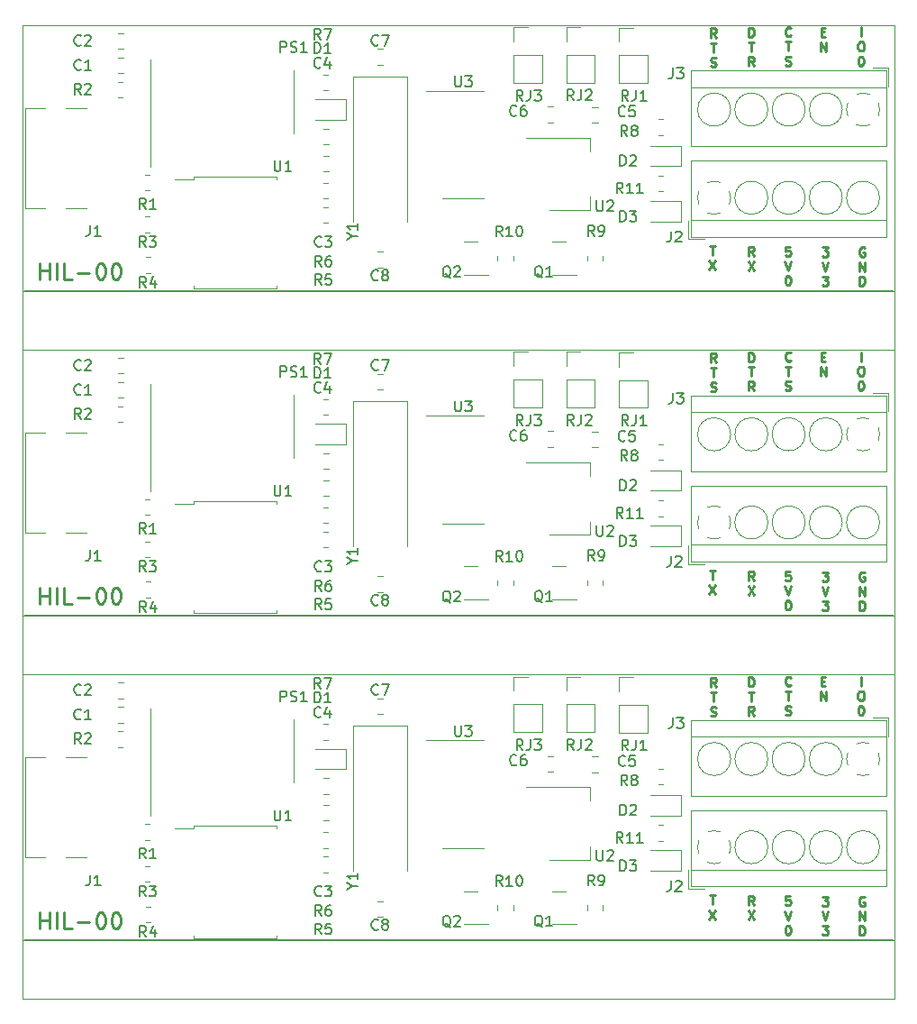
<source format=gbr>
%TF.GenerationSoftware,KiCad,Pcbnew,6.0.11-2627ca5db0~126~ubuntu20.04.1*%
%TF.CreationDate,2024-02-24T22:47:20-05:00*%
%TF.ProjectId,,58585858-5858-4585-9858-585858585858,rev?*%
%TF.SameCoordinates,Original*%
%TF.FileFunction,Legend,Top*%
%TF.FilePolarity,Positive*%
%FSLAX46Y46*%
G04 Gerber Fmt 4.6, Leading zero omitted, Abs format (unit mm)*
G04 Created by KiCad (PCBNEW 6.0.11-2627ca5db0~126~ubuntu20.04.1) date 2024-02-24 22:47:20*
%MOMM*%
%LPD*%
G01*
G04 APERTURE LIST*
%ADD10C,0.212500*%
%ADD11C,0.250000*%
%TA.AperFunction,Profile*%
%ADD12C,0.100000*%
%TD*%
%ADD13C,0.150000*%
%ADD14C,0.120000*%
G04 APERTURE END LIST*
D10*
X121598695Y-92878671D02*
X121558219Y-92919147D01*
X121436790Y-92959623D01*
X121355838Y-92959623D01*
X121234409Y-92919147D01*
X121153457Y-92838195D01*
X121112980Y-92757242D01*
X121072504Y-92595338D01*
X121072504Y-92473909D01*
X121112980Y-92312004D01*
X121153457Y-92231052D01*
X121234409Y-92150100D01*
X121355838Y-92109623D01*
X121436790Y-92109623D01*
X121558219Y-92150100D01*
X121598695Y-92190576D01*
X121092742Y-93478123D02*
X121578457Y-93478123D01*
X121335600Y-94328123D02*
X121335600Y-93478123D01*
X121092742Y-95656147D02*
X121214171Y-95696623D01*
X121416552Y-95696623D01*
X121497504Y-95656147D01*
X121537980Y-95615671D01*
X121578457Y-95534719D01*
X121578457Y-95453766D01*
X121537980Y-95372814D01*
X121497504Y-95332338D01*
X121416552Y-95291861D01*
X121254647Y-95251385D01*
X121173695Y-95210909D01*
X121133219Y-95170433D01*
X121092742Y-95089480D01*
X121092742Y-95008528D01*
X121133219Y-94927576D01*
X121173695Y-94887100D01*
X121254647Y-94846623D01*
X121457028Y-94846623D01*
X121578457Y-94887100D01*
X121537980Y-112734423D02*
X121133219Y-112734423D01*
X121092742Y-113139185D01*
X121133219Y-113098709D01*
X121214171Y-113058233D01*
X121416552Y-113058233D01*
X121497504Y-113098709D01*
X121537980Y-113139185D01*
X121578457Y-113220138D01*
X121578457Y-113422519D01*
X121537980Y-113503471D01*
X121497504Y-113543947D01*
X121416552Y-113584423D01*
X121214171Y-113584423D01*
X121133219Y-113543947D01*
X121092742Y-113503471D01*
X121052266Y-114102923D02*
X121335600Y-114952923D01*
X121618933Y-114102923D01*
X121295123Y-115471423D02*
X121376076Y-115471423D01*
X121457028Y-115511900D01*
X121497504Y-115552376D01*
X121537980Y-115633328D01*
X121578457Y-115795233D01*
X121578457Y-115997614D01*
X121537980Y-116159519D01*
X121497504Y-116240471D01*
X121457028Y-116280947D01*
X121376076Y-116321423D01*
X121295123Y-116321423D01*
X121214171Y-116280947D01*
X121173695Y-116240471D01*
X121133219Y-116159519D01*
X121092742Y-115997614D01*
X121092742Y-115795233D01*
X121133219Y-115633328D01*
X121173695Y-115552376D01*
X121214171Y-115511900D01*
X121295123Y-115471423D01*
X124557466Y-112785223D02*
X125083657Y-112785223D01*
X124800323Y-113109033D01*
X124921752Y-113109033D01*
X125002704Y-113149509D01*
X125043180Y-113189985D01*
X125083657Y-113270938D01*
X125083657Y-113473319D01*
X125043180Y-113554271D01*
X125002704Y-113594747D01*
X124921752Y-113635223D01*
X124678895Y-113635223D01*
X124597942Y-113594747D01*
X124557466Y-113554271D01*
X124557466Y-114153723D02*
X124840800Y-115003723D01*
X125124133Y-114153723D01*
X124557466Y-115522223D02*
X125083657Y-115522223D01*
X124800323Y-115846033D01*
X124921752Y-115846033D01*
X125002704Y-115886509D01*
X125043180Y-115926985D01*
X125083657Y-116007938D01*
X125083657Y-116210319D01*
X125043180Y-116291271D01*
X125002704Y-116331747D01*
X124921752Y-116372223D01*
X124678895Y-116372223D01*
X124597942Y-116331747D01*
X124557466Y-116291271D01*
X124455457Y-92538235D02*
X124738790Y-92538235D01*
X124860219Y-92983473D02*
X124455457Y-92983473D01*
X124455457Y-92133473D01*
X124860219Y-92133473D01*
X124394742Y-94351973D02*
X124394742Y-93501973D01*
X124880457Y-94351973D01*
X124880457Y-93501973D01*
X113980742Y-112656673D02*
X114466457Y-112656673D01*
X114223600Y-113506673D02*
X114223600Y-112656673D01*
X113940266Y-114025173D02*
X114506933Y-114875173D01*
X114506933Y-114025173D02*
X113940266Y-114875173D01*
X117658580Y-93010423D02*
X117658580Y-92160423D01*
X117860961Y-92160423D01*
X117982390Y-92200900D01*
X118063342Y-92281852D01*
X118103819Y-92362804D01*
X118144295Y-92524709D01*
X118144295Y-92646138D01*
X118103819Y-92808042D01*
X118063342Y-92888995D01*
X117982390Y-92969947D01*
X117860961Y-93010423D01*
X117658580Y-93010423D01*
X117638342Y-93528923D02*
X118124057Y-93528923D01*
X117881200Y-94378923D02*
X117881200Y-93528923D01*
X118144295Y-95747423D02*
X117860961Y-95342661D01*
X117658580Y-95747423D02*
X117658580Y-94897423D01*
X117982390Y-94897423D01*
X118063342Y-94937900D01*
X118103819Y-94978376D01*
X118144295Y-95059328D01*
X118144295Y-95180757D01*
X118103819Y-95261709D01*
X118063342Y-95302185D01*
X117982390Y-95342661D01*
X117658580Y-95342661D01*
X114588295Y-93061223D02*
X114304961Y-92656461D01*
X114102580Y-93061223D02*
X114102580Y-92211223D01*
X114426390Y-92211223D01*
X114507342Y-92251700D01*
X114547819Y-92292176D01*
X114588295Y-92373128D01*
X114588295Y-92494557D01*
X114547819Y-92575509D01*
X114507342Y-92615985D01*
X114426390Y-92656461D01*
X114102580Y-92656461D01*
X114082342Y-93579723D02*
X114568057Y-93579723D01*
X114325200Y-94429723D02*
X114325200Y-93579723D01*
X114082342Y-95757747D02*
X114203771Y-95798223D01*
X114406152Y-95798223D01*
X114487104Y-95757747D01*
X114527580Y-95717271D01*
X114568057Y-95636319D01*
X114568057Y-95555366D01*
X114527580Y-95474414D01*
X114487104Y-95433938D01*
X114406152Y-95393461D01*
X114244247Y-95352985D01*
X114163295Y-95312509D01*
X114122819Y-95272033D01*
X114082342Y-95191080D01*
X114082342Y-95110128D01*
X114122819Y-95029176D01*
X114163295Y-94988700D01*
X114244247Y-94948223D01*
X114446628Y-94948223D01*
X114568057Y-94988700D01*
X118144295Y-113557473D02*
X117860961Y-113152711D01*
X117658580Y-113557473D02*
X117658580Y-112707473D01*
X117982390Y-112707473D01*
X118063342Y-112747950D01*
X118103819Y-112788426D01*
X118144295Y-112869378D01*
X118144295Y-112990807D01*
X118103819Y-113071759D01*
X118063342Y-113112235D01*
X117982390Y-113152711D01*
X117658580Y-113152711D01*
X117597866Y-114075973D02*
X118164533Y-114925973D01*
X118164533Y-114075973D02*
X117597866Y-114925973D01*
D11*
X51037600Y-115754971D02*
X51037600Y-114254971D01*
X51037600Y-114969257D02*
X51894742Y-114969257D01*
X51894742Y-115754971D02*
X51894742Y-114254971D01*
X52609028Y-115754971D02*
X52609028Y-114254971D01*
X54037600Y-115754971D02*
X53323314Y-115754971D01*
X53323314Y-114254971D01*
X54537600Y-115183542D02*
X55680457Y-115183542D01*
X56680457Y-114254971D02*
X56823314Y-114254971D01*
X56966171Y-114326400D01*
X57037600Y-114397828D01*
X57109028Y-114540685D01*
X57180457Y-114826400D01*
X57180457Y-115183542D01*
X57109028Y-115469257D01*
X57037600Y-115612114D01*
X56966171Y-115683542D01*
X56823314Y-115754971D01*
X56680457Y-115754971D01*
X56537600Y-115683542D01*
X56466171Y-115612114D01*
X56394742Y-115469257D01*
X56323314Y-115183542D01*
X56323314Y-114826400D01*
X56394742Y-114540685D01*
X56466171Y-114397828D01*
X56537600Y-114326400D01*
X56680457Y-114254971D01*
X58109028Y-114254971D02*
X58251885Y-114254971D01*
X58394742Y-114326400D01*
X58466171Y-114397828D01*
X58537600Y-114540685D01*
X58609028Y-114826400D01*
X58609028Y-115183542D01*
X58537600Y-115469257D01*
X58466171Y-115612114D01*
X58394742Y-115683542D01*
X58251885Y-115754971D01*
X58109028Y-115754971D01*
X57966171Y-115683542D01*
X57894742Y-115612114D01*
X57823314Y-115469257D01*
X57751885Y-115183542D01*
X57751885Y-114826400D01*
X57823314Y-114540685D01*
X57894742Y-114397828D01*
X57966171Y-114326400D01*
X58109028Y-114254971D01*
D10*
X128517819Y-112825700D02*
X128436866Y-112785223D01*
X128315438Y-112785223D01*
X128194009Y-112825700D01*
X128113057Y-112906652D01*
X128072580Y-112987604D01*
X128032104Y-113149509D01*
X128032104Y-113270938D01*
X128072580Y-113432842D01*
X128113057Y-113513795D01*
X128194009Y-113594747D01*
X128315438Y-113635223D01*
X128396390Y-113635223D01*
X128517819Y-113594747D01*
X128558295Y-113554271D01*
X128558295Y-113270938D01*
X128396390Y-113270938D01*
X128052342Y-115003723D02*
X128052342Y-114153723D01*
X128538057Y-115003723D01*
X128538057Y-114153723D01*
X128072580Y-116372223D02*
X128072580Y-115522223D01*
X128274961Y-115522223D01*
X128396390Y-115562700D01*
X128477342Y-115643652D01*
X128517819Y-115724604D01*
X128558295Y-115886509D01*
X128558295Y-116007938D01*
X128517819Y-116169842D01*
X128477342Y-116250795D01*
X128396390Y-116331747D01*
X128274961Y-116372223D01*
X128072580Y-116372223D01*
X128193600Y-92959623D02*
X128193600Y-92109623D01*
X128112647Y-93478123D02*
X128274552Y-93478123D01*
X128355504Y-93518600D01*
X128436457Y-93599552D01*
X128476933Y-93761457D01*
X128476933Y-94044790D01*
X128436457Y-94206695D01*
X128355504Y-94287647D01*
X128274552Y-94328123D01*
X128112647Y-94328123D01*
X128031695Y-94287647D01*
X127950742Y-94206695D01*
X127910266Y-94044790D01*
X127910266Y-93761457D01*
X127950742Y-93599552D01*
X128031695Y-93518600D01*
X128112647Y-93478123D01*
X128153123Y-94846623D02*
X128234076Y-94846623D01*
X128315028Y-94887100D01*
X128355504Y-94927576D01*
X128395980Y-95008528D01*
X128436457Y-95170433D01*
X128436457Y-95372814D01*
X128395980Y-95534719D01*
X128355504Y-95615671D01*
X128315028Y-95656147D01*
X128234076Y-95696623D01*
X128153123Y-95696623D01*
X128072171Y-95656147D01*
X128031695Y-95615671D01*
X127991219Y-95534719D01*
X127950742Y-95372814D01*
X127950742Y-95170433D01*
X127991219Y-95008528D01*
X128031695Y-94927576D01*
X128072171Y-94887100D01*
X128153123Y-94846623D01*
D12*
X49377600Y-91886400D02*
X131377600Y-91886400D01*
X131377600Y-122386400D02*
X131377600Y-91886400D01*
X49377600Y-91886400D02*
X49377600Y-122386400D01*
X49377600Y-122386400D02*
X131377600Y-122386400D01*
D13*
X49527600Y-116886400D02*
X131227600Y-116886400D01*
D10*
X121598695Y-62378671D02*
X121558219Y-62419147D01*
X121436790Y-62459623D01*
X121355838Y-62459623D01*
X121234409Y-62419147D01*
X121153457Y-62338195D01*
X121112980Y-62257242D01*
X121072504Y-62095338D01*
X121072504Y-61973909D01*
X121112980Y-61812004D01*
X121153457Y-61731052D01*
X121234409Y-61650100D01*
X121355838Y-61609623D01*
X121436790Y-61609623D01*
X121558219Y-61650100D01*
X121598695Y-61690576D01*
X121092742Y-62978123D02*
X121578457Y-62978123D01*
X121335600Y-63828123D02*
X121335600Y-62978123D01*
X121092742Y-65156147D02*
X121214171Y-65196623D01*
X121416552Y-65196623D01*
X121497504Y-65156147D01*
X121537980Y-65115671D01*
X121578457Y-65034719D01*
X121578457Y-64953766D01*
X121537980Y-64872814D01*
X121497504Y-64832338D01*
X121416552Y-64791861D01*
X121254647Y-64751385D01*
X121173695Y-64710909D01*
X121133219Y-64670433D01*
X121092742Y-64589480D01*
X121092742Y-64508528D01*
X121133219Y-64427576D01*
X121173695Y-64387100D01*
X121254647Y-64346623D01*
X121457028Y-64346623D01*
X121578457Y-64387100D01*
X121537980Y-82234423D02*
X121133219Y-82234423D01*
X121092742Y-82639185D01*
X121133219Y-82598709D01*
X121214171Y-82558233D01*
X121416552Y-82558233D01*
X121497504Y-82598709D01*
X121537980Y-82639185D01*
X121578457Y-82720138D01*
X121578457Y-82922519D01*
X121537980Y-83003471D01*
X121497504Y-83043947D01*
X121416552Y-83084423D01*
X121214171Y-83084423D01*
X121133219Y-83043947D01*
X121092742Y-83003471D01*
X121052266Y-83602923D02*
X121335600Y-84452923D01*
X121618933Y-83602923D01*
X121295123Y-84971423D02*
X121376076Y-84971423D01*
X121457028Y-85011900D01*
X121497504Y-85052376D01*
X121537980Y-85133328D01*
X121578457Y-85295233D01*
X121578457Y-85497614D01*
X121537980Y-85659519D01*
X121497504Y-85740471D01*
X121457028Y-85780947D01*
X121376076Y-85821423D01*
X121295123Y-85821423D01*
X121214171Y-85780947D01*
X121173695Y-85740471D01*
X121133219Y-85659519D01*
X121092742Y-85497614D01*
X121092742Y-85295233D01*
X121133219Y-85133328D01*
X121173695Y-85052376D01*
X121214171Y-85011900D01*
X121295123Y-84971423D01*
X124557466Y-82285223D02*
X125083657Y-82285223D01*
X124800323Y-82609033D01*
X124921752Y-82609033D01*
X125002704Y-82649509D01*
X125043180Y-82689985D01*
X125083657Y-82770938D01*
X125083657Y-82973319D01*
X125043180Y-83054271D01*
X125002704Y-83094747D01*
X124921752Y-83135223D01*
X124678895Y-83135223D01*
X124597942Y-83094747D01*
X124557466Y-83054271D01*
X124557466Y-83653723D02*
X124840800Y-84503723D01*
X125124133Y-83653723D01*
X124557466Y-85022223D02*
X125083657Y-85022223D01*
X124800323Y-85346033D01*
X124921752Y-85346033D01*
X125002704Y-85386509D01*
X125043180Y-85426985D01*
X125083657Y-85507938D01*
X125083657Y-85710319D01*
X125043180Y-85791271D01*
X125002704Y-85831747D01*
X124921752Y-85872223D01*
X124678895Y-85872223D01*
X124597942Y-85831747D01*
X124557466Y-85791271D01*
X124455457Y-62038235D02*
X124738790Y-62038235D01*
X124860219Y-62483473D02*
X124455457Y-62483473D01*
X124455457Y-61633473D01*
X124860219Y-61633473D01*
X124394742Y-63851973D02*
X124394742Y-63001973D01*
X124880457Y-63851973D01*
X124880457Y-63001973D01*
X113980742Y-82156673D02*
X114466457Y-82156673D01*
X114223600Y-83006673D02*
X114223600Y-82156673D01*
X113940266Y-83525173D02*
X114506933Y-84375173D01*
X114506933Y-83525173D02*
X113940266Y-84375173D01*
X117658580Y-62510423D02*
X117658580Y-61660423D01*
X117860961Y-61660423D01*
X117982390Y-61700900D01*
X118063342Y-61781852D01*
X118103819Y-61862804D01*
X118144295Y-62024709D01*
X118144295Y-62146138D01*
X118103819Y-62308042D01*
X118063342Y-62388995D01*
X117982390Y-62469947D01*
X117860961Y-62510423D01*
X117658580Y-62510423D01*
X117638342Y-63028923D02*
X118124057Y-63028923D01*
X117881200Y-63878923D02*
X117881200Y-63028923D01*
X118144295Y-65247423D02*
X117860961Y-64842661D01*
X117658580Y-65247423D02*
X117658580Y-64397423D01*
X117982390Y-64397423D01*
X118063342Y-64437900D01*
X118103819Y-64478376D01*
X118144295Y-64559328D01*
X118144295Y-64680757D01*
X118103819Y-64761709D01*
X118063342Y-64802185D01*
X117982390Y-64842661D01*
X117658580Y-64842661D01*
X114588295Y-62561223D02*
X114304961Y-62156461D01*
X114102580Y-62561223D02*
X114102580Y-61711223D01*
X114426390Y-61711223D01*
X114507342Y-61751700D01*
X114547819Y-61792176D01*
X114588295Y-61873128D01*
X114588295Y-61994557D01*
X114547819Y-62075509D01*
X114507342Y-62115985D01*
X114426390Y-62156461D01*
X114102580Y-62156461D01*
X114082342Y-63079723D02*
X114568057Y-63079723D01*
X114325200Y-63929723D02*
X114325200Y-63079723D01*
X114082342Y-65257747D02*
X114203771Y-65298223D01*
X114406152Y-65298223D01*
X114487104Y-65257747D01*
X114527580Y-65217271D01*
X114568057Y-65136319D01*
X114568057Y-65055366D01*
X114527580Y-64974414D01*
X114487104Y-64933938D01*
X114406152Y-64893461D01*
X114244247Y-64852985D01*
X114163295Y-64812509D01*
X114122819Y-64772033D01*
X114082342Y-64691080D01*
X114082342Y-64610128D01*
X114122819Y-64529176D01*
X114163295Y-64488700D01*
X114244247Y-64448223D01*
X114446628Y-64448223D01*
X114568057Y-64488700D01*
X118144295Y-83057473D02*
X117860961Y-82652711D01*
X117658580Y-83057473D02*
X117658580Y-82207473D01*
X117982390Y-82207473D01*
X118063342Y-82247950D01*
X118103819Y-82288426D01*
X118144295Y-82369378D01*
X118144295Y-82490807D01*
X118103819Y-82571759D01*
X118063342Y-82612235D01*
X117982390Y-82652711D01*
X117658580Y-82652711D01*
X117597866Y-83575973D02*
X118164533Y-84425973D01*
X118164533Y-83575973D02*
X117597866Y-84425973D01*
D11*
X51037600Y-85254971D02*
X51037600Y-83754971D01*
X51037600Y-84469257D02*
X51894742Y-84469257D01*
X51894742Y-85254971D02*
X51894742Y-83754971D01*
X52609028Y-85254971D02*
X52609028Y-83754971D01*
X54037600Y-85254971D02*
X53323314Y-85254971D01*
X53323314Y-83754971D01*
X54537600Y-84683542D02*
X55680457Y-84683542D01*
X56680457Y-83754971D02*
X56823314Y-83754971D01*
X56966171Y-83826400D01*
X57037600Y-83897828D01*
X57109028Y-84040685D01*
X57180457Y-84326400D01*
X57180457Y-84683542D01*
X57109028Y-84969257D01*
X57037600Y-85112114D01*
X56966171Y-85183542D01*
X56823314Y-85254971D01*
X56680457Y-85254971D01*
X56537600Y-85183542D01*
X56466171Y-85112114D01*
X56394742Y-84969257D01*
X56323314Y-84683542D01*
X56323314Y-84326400D01*
X56394742Y-84040685D01*
X56466171Y-83897828D01*
X56537600Y-83826400D01*
X56680457Y-83754971D01*
X58109028Y-83754971D02*
X58251885Y-83754971D01*
X58394742Y-83826400D01*
X58466171Y-83897828D01*
X58537600Y-84040685D01*
X58609028Y-84326400D01*
X58609028Y-84683542D01*
X58537600Y-84969257D01*
X58466171Y-85112114D01*
X58394742Y-85183542D01*
X58251885Y-85254971D01*
X58109028Y-85254971D01*
X57966171Y-85183542D01*
X57894742Y-85112114D01*
X57823314Y-84969257D01*
X57751885Y-84683542D01*
X57751885Y-84326400D01*
X57823314Y-84040685D01*
X57894742Y-83897828D01*
X57966171Y-83826400D01*
X58109028Y-83754971D01*
D10*
X128517819Y-82325700D02*
X128436866Y-82285223D01*
X128315438Y-82285223D01*
X128194009Y-82325700D01*
X128113057Y-82406652D01*
X128072580Y-82487604D01*
X128032104Y-82649509D01*
X128032104Y-82770938D01*
X128072580Y-82932842D01*
X128113057Y-83013795D01*
X128194009Y-83094747D01*
X128315438Y-83135223D01*
X128396390Y-83135223D01*
X128517819Y-83094747D01*
X128558295Y-83054271D01*
X128558295Y-82770938D01*
X128396390Y-82770938D01*
X128052342Y-84503723D02*
X128052342Y-83653723D01*
X128538057Y-84503723D01*
X128538057Y-83653723D01*
X128072580Y-85872223D02*
X128072580Y-85022223D01*
X128274961Y-85022223D01*
X128396390Y-85062700D01*
X128477342Y-85143652D01*
X128517819Y-85224604D01*
X128558295Y-85386509D01*
X128558295Y-85507938D01*
X128517819Y-85669842D01*
X128477342Y-85750795D01*
X128396390Y-85831747D01*
X128274961Y-85872223D01*
X128072580Y-85872223D01*
X128193600Y-62459623D02*
X128193600Y-61609623D01*
X128112647Y-62978123D02*
X128274552Y-62978123D01*
X128355504Y-63018600D01*
X128436457Y-63099552D01*
X128476933Y-63261457D01*
X128476933Y-63544790D01*
X128436457Y-63706695D01*
X128355504Y-63787647D01*
X128274552Y-63828123D01*
X128112647Y-63828123D01*
X128031695Y-63787647D01*
X127950742Y-63706695D01*
X127910266Y-63544790D01*
X127910266Y-63261457D01*
X127950742Y-63099552D01*
X128031695Y-63018600D01*
X128112647Y-62978123D01*
X128153123Y-64346623D02*
X128234076Y-64346623D01*
X128315028Y-64387100D01*
X128355504Y-64427576D01*
X128395980Y-64508528D01*
X128436457Y-64670433D01*
X128436457Y-64872814D01*
X128395980Y-65034719D01*
X128355504Y-65115671D01*
X128315028Y-65156147D01*
X128234076Y-65196623D01*
X128153123Y-65196623D01*
X128072171Y-65156147D01*
X128031695Y-65115671D01*
X127991219Y-65034719D01*
X127950742Y-64872814D01*
X127950742Y-64670433D01*
X127991219Y-64508528D01*
X128031695Y-64427576D01*
X128072171Y-64387100D01*
X128153123Y-64346623D01*
D12*
X49377600Y-61386400D02*
X131377600Y-61386400D01*
X131377600Y-91886400D02*
X131377600Y-61386400D01*
X49377600Y-61386400D02*
X49377600Y-91886400D01*
X49377600Y-91886400D02*
X131377600Y-91886400D01*
D13*
X49527600Y-86386400D02*
X131227600Y-86386400D01*
X49527600Y-55886400D02*
X131227600Y-55886400D01*
D12*
X49377600Y-61386400D02*
X131377600Y-61386400D01*
X49377600Y-30886400D02*
X49377600Y-61386400D01*
X131377600Y-61386400D02*
X131377600Y-30886400D01*
X49377600Y-30886400D02*
X131377600Y-30886400D01*
D10*
X128193600Y-31959623D02*
X128193600Y-31109623D01*
X128112647Y-32478123D02*
X128274552Y-32478123D01*
X128355504Y-32518600D01*
X128436457Y-32599552D01*
X128476933Y-32761457D01*
X128476933Y-33044790D01*
X128436457Y-33206695D01*
X128355504Y-33287647D01*
X128274552Y-33328123D01*
X128112647Y-33328123D01*
X128031695Y-33287647D01*
X127950742Y-33206695D01*
X127910266Y-33044790D01*
X127910266Y-32761457D01*
X127950742Y-32599552D01*
X128031695Y-32518600D01*
X128112647Y-32478123D01*
X128153123Y-33846623D02*
X128234076Y-33846623D01*
X128315028Y-33887100D01*
X128355504Y-33927576D01*
X128395980Y-34008528D01*
X128436457Y-34170433D01*
X128436457Y-34372814D01*
X128395980Y-34534719D01*
X128355504Y-34615671D01*
X128315028Y-34656147D01*
X128234076Y-34696623D01*
X128153123Y-34696623D01*
X128072171Y-34656147D01*
X128031695Y-34615671D01*
X127991219Y-34534719D01*
X127950742Y-34372814D01*
X127950742Y-34170433D01*
X127991219Y-34008528D01*
X128031695Y-33927576D01*
X128072171Y-33887100D01*
X128153123Y-33846623D01*
X128517819Y-51825700D02*
X128436866Y-51785223D01*
X128315438Y-51785223D01*
X128194009Y-51825700D01*
X128113057Y-51906652D01*
X128072580Y-51987604D01*
X128032104Y-52149509D01*
X128032104Y-52270938D01*
X128072580Y-52432842D01*
X128113057Y-52513795D01*
X128194009Y-52594747D01*
X128315438Y-52635223D01*
X128396390Y-52635223D01*
X128517819Y-52594747D01*
X128558295Y-52554271D01*
X128558295Y-52270938D01*
X128396390Y-52270938D01*
X128052342Y-54003723D02*
X128052342Y-53153723D01*
X128538057Y-54003723D01*
X128538057Y-53153723D01*
X128072580Y-55372223D02*
X128072580Y-54522223D01*
X128274961Y-54522223D01*
X128396390Y-54562700D01*
X128477342Y-54643652D01*
X128517819Y-54724604D01*
X128558295Y-54886509D01*
X128558295Y-55007938D01*
X128517819Y-55169842D01*
X128477342Y-55250795D01*
X128396390Y-55331747D01*
X128274961Y-55372223D01*
X128072580Y-55372223D01*
D11*
X51037600Y-54754971D02*
X51037600Y-53254971D01*
X51037600Y-53969257D02*
X51894742Y-53969257D01*
X51894742Y-54754971D02*
X51894742Y-53254971D01*
X52609028Y-54754971D02*
X52609028Y-53254971D01*
X54037600Y-54754971D02*
X53323314Y-54754971D01*
X53323314Y-53254971D01*
X54537600Y-54183542D02*
X55680457Y-54183542D01*
X56680457Y-53254971D02*
X56823314Y-53254971D01*
X56966171Y-53326400D01*
X57037600Y-53397828D01*
X57109028Y-53540685D01*
X57180457Y-53826400D01*
X57180457Y-54183542D01*
X57109028Y-54469257D01*
X57037600Y-54612114D01*
X56966171Y-54683542D01*
X56823314Y-54754971D01*
X56680457Y-54754971D01*
X56537600Y-54683542D01*
X56466171Y-54612114D01*
X56394742Y-54469257D01*
X56323314Y-54183542D01*
X56323314Y-53826400D01*
X56394742Y-53540685D01*
X56466171Y-53397828D01*
X56537600Y-53326400D01*
X56680457Y-53254971D01*
X58109028Y-53254971D02*
X58251885Y-53254971D01*
X58394742Y-53326400D01*
X58466171Y-53397828D01*
X58537600Y-53540685D01*
X58609028Y-53826400D01*
X58609028Y-54183542D01*
X58537600Y-54469257D01*
X58466171Y-54612114D01*
X58394742Y-54683542D01*
X58251885Y-54754971D01*
X58109028Y-54754971D01*
X57966171Y-54683542D01*
X57894742Y-54612114D01*
X57823314Y-54469257D01*
X57751885Y-54183542D01*
X57751885Y-53826400D01*
X57823314Y-53540685D01*
X57894742Y-53397828D01*
X57966171Y-53326400D01*
X58109028Y-53254971D01*
D10*
X118144295Y-52557473D02*
X117860961Y-52152711D01*
X117658580Y-52557473D02*
X117658580Y-51707473D01*
X117982390Y-51707473D01*
X118063342Y-51747950D01*
X118103819Y-51788426D01*
X118144295Y-51869378D01*
X118144295Y-51990807D01*
X118103819Y-52071759D01*
X118063342Y-52112235D01*
X117982390Y-52152711D01*
X117658580Y-52152711D01*
X117597866Y-53075973D02*
X118164533Y-53925973D01*
X118164533Y-53075973D02*
X117597866Y-53925973D01*
X114588295Y-32061223D02*
X114304961Y-31656461D01*
X114102580Y-32061223D02*
X114102580Y-31211223D01*
X114426390Y-31211223D01*
X114507342Y-31251700D01*
X114547819Y-31292176D01*
X114588295Y-31373128D01*
X114588295Y-31494557D01*
X114547819Y-31575509D01*
X114507342Y-31615985D01*
X114426390Y-31656461D01*
X114102580Y-31656461D01*
X114082342Y-32579723D02*
X114568057Y-32579723D01*
X114325200Y-33429723D02*
X114325200Y-32579723D01*
X114082342Y-34757747D02*
X114203771Y-34798223D01*
X114406152Y-34798223D01*
X114487104Y-34757747D01*
X114527580Y-34717271D01*
X114568057Y-34636319D01*
X114568057Y-34555366D01*
X114527580Y-34474414D01*
X114487104Y-34433938D01*
X114406152Y-34393461D01*
X114244247Y-34352985D01*
X114163295Y-34312509D01*
X114122819Y-34272033D01*
X114082342Y-34191080D01*
X114082342Y-34110128D01*
X114122819Y-34029176D01*
X114163295Y-33988700D01*
X114244247Y-33948223D01*
X114446628Y-33948223D01*
X114568057Y-33988700D01*
X117658580Y-32010423D02*
X117658580Y-31160423D01*
X117860961Y-31160423D01*
X117982390Y-31200900D01*
X118063342Y-31281852D01*
X118103819Y-31362804D01*
X118144295Y-31524709D01*
X118144295Y-31646138D01*
X118103819Y-31808042D01*
X118063342Y-31888995D01*
X117982390Y-31969947D01*
X117860961Y-32010423D01*
X117658580Y-32010423D01*
X117638342Y-32528923D02*
X118124057Y-32528923D01*
X117881200Y-33378923D02*
X117881200Y-32528923D01*
X118144295Y-34747423D02*
X117860961Y-34342661D01*
X117658580Y-34747423D02*
X117658580Y-33897423D01*
X117982390Y-33897423D01*
X118063342Y-33937900D01*
X118103819Y-33978376D01*
X118144295Y-34059328D01*
X118144295Y-34180757D01*
X118103819Y-34261709D01*
X118063342Y-34302185D01*
X117982390Y-34342661D01*
X117658580Y-34342661D01*
X113980742Y-51656673D02*
X114466457Y-51656673D01*
X114223600Y-52506673D02*
X114223600Y-51656673D01*
X113940266Y-53025173D02*
X114506933Y-53875173D01*
X114506933Y-53025173D02*
X113940266Y-53875173D01*
X124455457Y-31538235D02*
X124738790Y-31538235D01*
X124860219Y-31983473D02*
X124455457Y-31983473D01*
X124455457Y-31133473D01*
X124860219Y-31133473D01*
X124394742Y-33351973D02*
X124394742Y-32501973D01*
X124880457Y-33351973D01*
X124880457Y-32501973D01*
X124557466Y-51785223D02*
X125083657Y-51785223D01*
X124800323Y-52109033D01*
X124921752Y-52109033D01*
X125002704Y-52149509D01*
X125043180Y-52189985D01*
X125083657Y-52270938D01*
X125083657Y-52473319D01*
X125043180Y-52554271D01*
X125002704Y-52594747D01*
X124921752Y-52635223D01*
X124678895Y-52635223D01*
X124597942Y-52594747D01*
X124557466Y-52554271D01*
X124557466Y-53153723D02*
X124840800Y-54003723D01*
X125124133Y-53153723D01*
X124557466Y-54522223D02*
X125083657Y-54522223D01*
X124800323Y-54846033D01*
X124921752Y-54846033D01*
X125002704Y-54886509D01*
X125043180Y-54926985D01*
X125083657Y-55007938D01*
X125083657Y-55210319D01*
X125043180Y-55291271D01*
X125002704Y-55331747D01*
X124921752Y-55372223D01*
X124678895Y-55372223D01*
X124597942Y-55331747D01*
X124557466Y-55291271D01*
X121537980Y-51734423D02*
X121133219Y-51734423D01*
X121092742Y-52139185D01*
X121133219Y-52098709D01*
X121214171Y-52058233D01*
X121416552Y-52058233D01*
X121497504Y-52098709D01*
X121537980Y-52139185D01*
X121578457Y-52220138D01*
X121578457Y-52422519D01*
X121537980Y-52503471D01*
X121497504Y-52543947D01*
X121416552Y-52584423D01*
X121214171Y-52584423D01*
X121133219Y-52543947D01*
X121092742Y-52503471D01*
X121052266Y-53102923D02*
X121335600Y-53952923D01*
X121618933Y-53102923D01*
X121295123Y-54471423D02*
X121376076Y-54471423D01*
X121457028Y-54511900D01*
X121497504Y-54552376D01*
X121537980Y-54633328D01*
X121578457Y-54795233D01*
X121578457Y-54997614D01*
X121537980Y-55159519D01*
X121497504Y-55240471D01*
X121457028Y-55280947D01*
X121376076Y-55321423D01*
X121295123Y-55321423D01*
X121214171Y-55280947D01*
X121173695Y-55240471D01*
X121133219Y-55159519D01*
X121092742Y-54997614D01*
X121092742Y-54795233D01*
X121133219Y-54633328D01*
X121173695Y-54552376D01*
X121214171Y-54511900D01*
X121295123Y-54471423D01*
X121598695Y-31878671D02*
X121558219Y-31919147D01*
X121436790Y-31959623D01*
X121355838Y-31959623D01*
X121234409Y-31919147D01*
X121153457Y-31838195D01*
X121112980Y-31757242D01*
X121072504Y-31595338D01*
X121072504Y-31473909D01*
X121112980Y-31312004D01*
X121153457Y-31231052D01*
X121234409Y-31150100D01*
X121355838Y-31109623D01*
X121436790Y-31109623D01*
X121558219Y-31150100D01*
X121598695Y-31190576D01*
X121092742Y-32478123D02*
X121578457Y-32478123D01*
X121335600Y-33328123D02*
X121335600Y-32478123D01*
X121092742Y-34656147D02*
X121214171Y-34696623D01*
X121416552Y-34696623D01*
X121497504Y-34656147D01*
X121537980Y-34615671D01*
X121578457Y-34534719D01*
X121578457Y-34453766D01*
X121537980Y-34372814D01*
X121497504Y-34332338D01*
X121416552Y-34291861D01*
X121254647Y-34251385D01*
X121173695Y-34210909D01*
X121133219Y-34170433D01*
X121092742Y-34089480D01*
X121092742Y-34008528D01*
X121133219Y-33927576D01*
X121173695Y-33887100D01*
X121254647Y-33846623D01*
X121457028Y-33846623D01*
X121578457Y-33887100D01*
D13*
%TO.C,Q1*%
X98271161Y-115624019D02*
X98175923Y-115576400D01*
X98080685Y-115481161D01*
X97937828Y-115338304D01*
X97842590Y-115290685D01*
X97747352Y-115290685D01*
X97794971Y-115528780D02*
X97699733Y-115481161D01*
X97604495Y-115385923D01*
X97556876Y-115195447D01*
X97556876Y-114862114D01*
X97604495Y-114671638D01*
X97699733Y-114576400D01*
X97794971Y-114528780D01*
X97985447Y-114528780D01*
X98080685Y-114576400D01*
X98175923Y-114671638D01*
X98223542Y-114862114D01*
X98223542Y-115195447D01*
X98175923Y-115385923D01*
X98080685Y-115481161D01*
X97985447Y-115528780D01*
X97794971Y-115528780D01*
X99175923Y-115528780D02*
X98604495Y-115528780D01*
X98890209Y-115528780D02*
X98890209Y-114528780D01*
X98794971Y-114671638D01*
X98699733Y-114766876D01*
X98604495Y-114814495D01*
%TO.C,D3*%
X105560704Y-110347180D02*
X105560704Y-109347180D01*
X105798800Y-109347180D01*
X105941657Y-109394800D01*
X106036895Y-109490038D01*
X106084514Y-109585276D01*
X106132133Y-109775752D01*
X106132133Y-109918609D01*
X106084514Y-110109085D01*
X106036895Y-110204323D01*
X105941657Y-110299561D01*
X105798800Y-110347180D01*
X105560704Y-110347180D01*
X106465466Y-109347180D02*
X107084514Y-109347180D01*
X106751180Y-109728133D01*
X106894038Y-109728133D01*
X106989276Y-109775752D01*
X107036895Y-109823371D01*
X107084514Y-109918609D01*
X107084514Y-110156704D01*
X107036895Y-110251942D01*
X106989276Y-110299561D01*
X106894038Y-110347180D01*
X106608323Y-110347180D01*
X106513085Y-110299561D01*
X106465466Y-110251942D01*
%TO.C,R8*%
X106233733Y-102320780D02*
X105900400Y-101844590D01*
X105662304Y-102320780D02*
X105662304Y-101320780D01*
X106043257Y-101320780D01*
X106138495Y-101368400D01*
X106186114Y-101416019D01*
X106233733Y-101511257D01*
X106233733Y-101654114D01*
X106186114Y-101749352D01*
X106138495Y-101796971D01*
X106043257Y-101844590D01*
X105662304Y-101844590D01*
X106805161Y-101749352D02*
X106709923Y-101701733D01*
X106662304Y-101654114D01*
X106614685Y-101558876D01*
X106614685Y-101511257D01*
X106662304Y-101416019D01*
X106709923Y-101368400D01*
X106805161Y-101320780D01*
X106995638Y-101320780D01*
X107090876Y-101368400D01*
X107138495Y-101416019D01*
X107186114Y-101511257D01*
X107186114Y-101558876D01*
X107138495Y-101654114D01*
X107090876Y-101701733D01*
X106995638Y-101749352D01*
X106805161Y-101749352D01*
X106709923Y-101796971D01*
X106662304Y-101844590D01*
X106614685Y-101939828D01*
X106614685Y-102130304D01*
X106662304Y-102225542D01*
X106709923Y-102273161D01*
X106805161Y-102320780D01*
X106995638Y-102320780D01*
X107090876Y-102273161D01*
X107138495Y-102225542D01*
X107186114Y-102130304D01*
X107186114Y-101939828D01*
X107138495Y-101844590D01*
X107090876Y-101796971D01*
X106995638Y-101749352D01*
%TO.C,C6*%
X95819733Y-100345942D02*
X95772114Y-100393561D01*
X95629257Y-100441180D01*
X95534019Y-100441180D01*
X95391161Y-100393561D01*
X95295923Y-100298323D01*
X95248304Y-100203085D01*
X95200685Y-100012609D01*
X95200685Y-99869752D01*
X95248304Y-99679276D01*
X95295923Y-99584038D01*
X95391161Y-99488800D01*
X95534019Y-99441180D01*
X95629257Y-99441180D01*
X95772114Y-99488800D01*
X95819733Y-99536419D01*
X96676876Y-99441180D02*
X96486400Y-99441180D01*
X96391161Y-99488800D01*
X96343542Y-99536419D01*
X96248304Y-99679276D01*
X96200685Y-99869752D01*
X96200685Y-100250704D01*
X96248304Y-100345942D01*
X96295923Y-100393561D01*
X96391161Y-100441180D01*
X96581638Y-100441180D01*
X96676876Y-100393561D01*
X96724495Y-100345942D01*
X96772114Y-100250704D01*
X96772114Y-100012609D01*
X96724495Y-99917371D01*
X96676876Y-99869752D01*
X96581638Y-99822133D01*
X96391161Y-99822133D01*
X96295923Y-99869752D01*
X96248304Y-99917371D01*
X96200685Y-100012609D01*
%TO.C,R11*%
X105808342Y-107705580D02*
X105475009Y-107229390D01*
X105236914Y-107705580D02*
X105236914Y-106705580D01*
X105617866Y-106705580D01*
X105713104Y-106753200D01*
X105760723Y-106800819D01*
X105808342Y-106896057D01*
X105808342Y-107038914D01*
X105760723Y-107134152D01*
X105713104Y-107181771D01*
X105617866Y-107229390D01*
X105236914Y-107229390D01*
X106760723Y-107705580D02*
X106189295Y-107705580D01*
X106475009Y-107705580D02*
X106475009Y-106705580D01*
X106379771Y-106848438D01*
X106284533Y-106943676D01*
X106189295Y-106991295D01*
X107713104Y-107705580D02*
X107141676Y-107705580D01*
X107427390Y-107705580D02*
X107427390Y-106705580D01*
X107332152Y-106848438D01*
X107236914Y-106943676D01*
X107141676Y-106991295D01*
%TO.C,R10*%
X94479942Y-111769580D02*
X94146609Y-111293390D01*
X93908514Y-111769580D02*
X93908514Y-110769580D01*
X94289466Y-110769580D01*
X94384704Y-110817200D01*
X94432323Y-110864819D01*
X94479942Y-110960057D01*
X94479942Y-111102914D01*
X94432323Y-111198152D01*
X94384704Y-111245771D01*
X94289466Y-111293390D01*
X93908514Y-111293390D01*
X95432323Y-111769580D02*
X94860895Y-111769580D01*
X95146609Y-111769580D02*
X95146609Y-110769580D01*
X95051371Y-110912438D01*
X94956133Y-111007676D01*
X94860895Y-111055295D01*
X96051371Y-110769580D02*
X96146609Y-110769580D01*
X96241847Y-110817200D01*
X96289466Y-110864819D01*
X96337085Y-110960057D01*
X96384704Y-111150533D01*
X96384704Y-111388628D01*
X96337085Y-111579104D01*
X96289466Y-111674342D01*
X96241847Y-111721961D01*
X96146609Y-111769580D01*
X96051371Y-111769580D01*
X95956133Y-111721961D01*
X95908514Y-111674342D01*
X95860895Y-111579104D01*
X95813276Y-111388628D01*
X95813276Y-111150533D01*
X95860895Y-110960057D01*
X95908514Y-110864819D01*
X95956133Y-110817200D01*
X96051371Y-110769580D01*
%TO.C,PS1*%
X73639314Y-94446780D02*
X73639314Y-93446780D01*
X74020266Y-93446780D01*
X74115504Y-93494400D01*
X74163123Y-93542019D01*
X74210742Y-93637257D01*
X74210742Y-93780114D01*
X74163123Y-93875352D01*
X74115504Y-93922971D01*
X74020266Y-93970590D01*
X73639314Y-93970590D01*
X74591695Y-94399161D02*
X74734552Y-94446780D01*
X74972647Y-94446780D01*
X75067885Y-94399161D01*
X75115504Y-94351542D01*
X75163123Y-94256304D01*
X75163123Y-94161066D01*
X75115504Y-94065828D01*
X75067885Y-94018209D01*
X74972647Y-93970590D01*
X74782171Y-93922971D01*
X74686933Y-93875352D01*
X74639314Y-93827733D01*
X74591695Y-93732495D01*
X74591695Y-93637257D01*
X74639314Y-93542019D01*
X74686933Y-93494400D01*
X74782171Y-93446780D01*
X75020266Y-93446780D01*
X75163123Y-93494400D01*
X76115504Y-94446780D02*
X75544076Y-94446780D01*
X75829790Y-94446780D02*
X75829790Y-93446780D01*
X75734552Y-93589638D01*
X75639314Y-93684876D01*
X75544076Y-93732495D01*
%TO.C,C7*%
X82814933Y-93726542D02*
X82767314Y-93774161D01*
X82624457Y-93821780D01*
X82529219Y-93821780D01*
X82386361Y-93774161D01*
X82291123Y-93678923D01*
X82243504Y-93583685D01*
X82195885Y-93393209D01*
X82195885Y-93250352D01*
X82243504Y-93059876D01*
X82291123Y-92964638D01*
X82386361Y-92869400D01*
X82529219Y-92821780D01*
X82624457Y-92821780D01*
X82767314Y-92869400D01*
X82814933Y-92917019D01*
X83148266Y-92821780D02*
X83814933Y-92821780D01*
X83386361Y-93821780D01*
%TO.C,R4*%
X61010933Y-116533780D02*
X60677600Y-116057590D01*
X60439504Y-116533780D02*
X60439504Y-115533780D01*
X60820457Y-115533780D01*
X60915695Y-115581400D01*
X60963314Y-115629019D01*
X61010933Y-115724257D01*
X61010933Y-115867114D01*
X60963314Y-115962352D01*
X60915695Y-116009971D01*
X60820457Y-116057590D01*
X60439504Y-116057590D01*
X61868076Y-115867114D02*
X61868076Y-116533780D01*
X61629980Y-115486161D02*
X61391885Y-116200447D01*
X62010933Y-116200447D01*
%TO.C,RJ1*%
X106309980Y-99018780D02*
X105976647Y-98542590D01*
X105738552Y-99018780D02*
X105738552Y-98018780D01*
X106119504Y-98018780D01*
X106214742Y-98066400D01*
X106262361Y-98114019D01*
X106309980Y-98209257D01*
X106309980Y-98352114D01*
X106262361Y-98447352D01*
X106214742Y-98494971D01*
X106119504Y-98542590D01*
X105738552Y-98542590D01*
X107024266Y-98018780D02*
X107024266Y-98733066D01*
X106976647Y-98875923D01*
X106881409Y-98971161D01*
X106738552Y-99018780D01*
X106643314Y-99018780D01*
X108024266Y-99018780D02*
X107452838Y-99018780D01*
X107738552Y-99018780D02*
X107738552Y-98018780D01*
X107643314Y-98161638D01*
X107548076Y-98256876D01*
X107452838Y-98304495D01*
%TO.C,C8*%
X82814933Y-115804542D02*
X82767314Y-115852161D01*
X82624457Y-115899780D01*
X82529219Y-115899780D01*
X82386361Y-115852161D01*
X82291123Y-115756923D01*
X82243504Y-115661685D01*
X82195885Y-115471209D01*
X82195885Y-115328352D01*
X82243504Y-115137876D01*
X82291123Y-115042638D01*
X82386361Y-114947400D01*
X82529219Y-114899780D01*
X82624457Y-114899780D01*
X82767314Y-114947400D01*
X82814933Y-114995019D01*
X83386361Y-115328352D02*
X83291123Y-115280733D01*
X83243504Y-115233114D01*
X83195885Y-115137876D01*
X83195885Y-115090257D01*
X83243504Y-114995019D01*
X83291123Y-114947400D01*
X83386361Y-114899780D01*
X83576838Y-114899780D01*
X83672076Y-114947400D01*
X83719695Y-114995019D01*
X83767314Y-115090257D01*
X83767314Y-115137876D01*
X83719695Y-115233114D01*
X83672076Y-115280733D01*
X83576838Y-115328352D01*
X83386361Y-115328352D01*
X83291123Y-115375971D01*
X83243504Y-115423590D01*
X83195885Y-115518828D01*
X83195885Y-115709304D01*
X83243504Y-115804542D01*
X83291123Y-115852161D01*
X83386361Y-115899780D01*
X83576838Y-115899780D01*
X83672076Y-115852161D01*
X83719695Y-115804542D01*
X83767314Y-115709304D01*
X83767314Y-115518828D01*
X83719695Y-115423590D01*
X83672076Y-115375971D01*
X83576838Y-115328352D01*
%TO.C,C3*%
X77480933Y-112639542D02*
X77433314Y-112687161D01*
X77290457Y-112734780D01*
X77195219Y-112734780D01*
X77052361Y-112687161D01*
X76957123Y-112591923D01*
X76909504Y-112496685D01*
X76861885Y-112306209D01*
X76861885Y-112163352D01*
X76909504Y-111972876D01*
X76957123Y-111877638D01*
X77052361Y-111782400D01*
X77195219Y-111734780D01*
X77290457Y-111734780D01*
X77433314Y-111782400D01*
X77480933Y-111830019D01*
X77814266Y-111734780D02*
X78433314Y-111734780D01*
X78099980Y-112115733D01*
X78242838Y-112115733D01*
X78338076Y-112163352D01*
X78385695Y-112210971D01*
X78433314Y-112306209D01*
X78433314Y-112544304D01*
X78385695Y-112639542D01*
X78338076Y-112687161D01*
X78242838Y-112734780D01*
X77957123Y-112734780D01*
X77861885Y-112687161D01*
X77814266Y-112639542D01*
%TO.C,RJ2*%
X101179180Y-98967980D02*
X100845847Y-98491790D01*
X100607752Y-98967980D02*
X100607752Y-97967980D01*
X100988704Y-97967980D01*
X101083942Y-98015600D01*
X101131561Y-98063219D01*
X101179180Y-98158457D01*
X101179180Y-98301314D01*
X101131561Y-98396552D01*
X101083942Y-98444171D01*
X100988704Y-98491790D01*
X100607752Y-98491790D01*
X101893466Y-97967980D02*
X101893466Y-98682266D01*
X101845847Y-98825123D01*
X101750609Y-98920361D01*
X101607752Y-98967980D01*
X101512514Y-98967980D01*
X102322038Y-98063219D02*
X102369657Y-98015600D01*
X102464895Y-97967980D01*
X102702990Y-97967980D01*
X102798228Y-98015600D01*
X102845847Y-98063219D01*
X102893466Y-98158457D01*
X102893466Y-98253695D01*
X102845847Y-98396552D01*
X102274419Y-98967980D01*
X102893466Y-98967980D01*
%TO.C,U2*%
X103352495Y-108381980D02*
X103352495Y-109191504D01*
X103400114Y-109286742D01*
X103447733Y-109334361D01*
X103542971Y-109381980D01*
X103733447Y-109381980D01*
X103828685Y-109334361D01*
X103876304Y-109286742D01*
X103923923Y-109191504D01*
X103923923Y-108381980D01*
X104352495Y-108477219D02*
X104400114Y-108429600D01*
X104495352Y-108381980D01*
X104733447Y-108381980D01*
X104828685Y-108429600D01*
X104876304Y-108477219D01*
X104923923Y-108572457D01*
X104923923Y-108667695D01*
X104876304Y-108810552D01*
X104304876Y-109381980D01*
X104923923Y-109381980D01*
%TO.C,RJ3*%
X96403980Y-99013780D02*
X96070647Y-98537590D01*
X95832552Y-99013780D02*
X95832552Y-98013780D01*
X96213504Y-98013780D01*
X96308742Y-98061400D01*
X96356361Y-98109019D01*
X96403980Y-98204257D01*
X96403980Y-98347114D01*
X96356361Y-98442352D01*
X96308742Y-98489971D01*
X96213504Y-98537590D01*
X95832552Y-98537590D01*
X97118266Y-98013780D02*
X97118266Y-98728066D01*
X97070647Y-98870923D01*
X96975409Y-98966161D01*
X96832552Y-99013780D01*
X96737314Y-99013780D01*
X97499219Y-98013780D02*
X98118266Y-98013780D01*
X97784933Y-98394733D01*
X97927790Y-98394733D01*
X98023028Y-98442352D01*
X98070647Y-98489971D01*
X98118266Y-98585209D01*
X98118266Y-98823304D01*
X98070647Y-98918542D01*
X98023028Y-98966161D01*
X97927790Y-99013780D01*
X97642076Y-99013780D01*
X97546838Y-98966161D01*
X97499219Y-98918542D01*
%TO.C,J2*%
X110334266Y-111277580D02*
X110334266Y-111991866D01*
X110286647Y-112134723D01*
X110191409Y-112229961D01*
X110048552Y-112277580D01*
X109953314Y-112277580D01*
X110762838Y-111372819D02*
X110810457Y-111325200D01*
X110905695Y-111277580D01*
X111143790Y-111277580D01*
X111239028Y-111325200D01*
X111286647Y-111372819D01*
X111334266Y-111468057D01*
X111334266Y-111563295D01*
X111286647Y-111706152D01*
X110715219Y-112277580D01*
X111334266Y-112277580D01*
%TO.C,R2*%
X54874933Y-98410780D02*
X54541600Y-97934590D01*
X54303504Y-98410780D02*
X54303504Y-97410780D01*
X54684457Y-97410780D01*
X54779695Y-97458400D01*
X54827314Y-97506019D01*
X54874933Y-97601257D01*
X54874933Y-97744114D01*
X54827314Y-97839352D01*
X54779695Y-97886971D01*
X54684457Y-97934590D01*
X54303504Y-97934590D01*
X55255885Y-97506019D02*
X55303504Y-97458400D01*
X55398742Y-97410780D01*
X55636838Y-97410780D01*
X55732076Y-97458400D01*
X55779695Y-97506019D01*
X55827314Y-97601257D01*
X55827314Y-97696495D01*
X55779695Y-97839352D01*
X55208266Y-98410780D01*
X55827314Y-98410780D01*
%TO.C,U3*%
X90042895Y-96690780D02*
X90042895Y-97500304D01*
X90090514Y-97595542D01*
X90138133Y-97643161D01*
X90233371Y-97690780D01*
X90423847Y-97690780D01*
X90519085Y-97643161D01*
X90566704Y-97595542D01*
X90614323Y-97500304D01*
X90614323Y-96690780D01*
X90995276Y-96690780D02*
X91614323Y-96690780D01*
X91280990Y-97071733D01*
X91423847Y-97071733D01*
X91519085Y-97119352D01*
X91566704Y-97166971D01*
X91614323Y-97262209D01*
X91614323Y-97500304D01*
X91566704Y-97595542D01*
X91519085Y-97643161D01*
X91423847Y-97690780D01*
X91138133Y-97690780D01*
X91042895Y-97643161D01*
X90995276Y-97595542D01*
%TO.C,Y1*%
X80417790Y-111742590D02*
X80893980Y-111742590D01*
X79893980Y-112075923D02*
X80417790Y-111742590D01*
X79893980Y-111409257D01*
X80893980Y-110552114D02*
X80893980Y-111123542D01*
X80893980Y-110837828D02*
X79893980Y-110837828D01*
X80036838Y-110933066D01*
X80132076Y-111028304D01*
X80179695Y-111123542D01*
%TO.C,C1*%
X54874933Y-96043542D02*
X54827314Y-96091161D01*
X54684457Y-96138780D01*
X54589219Y-96138780D01*
X54446361Y-96091161D01*
X54351123Y-95995923D01*
X54303504Y-95900685D01*
X54255885Y-95710209D01*
X54255885Y-95567352D01*
X54303504Y-95376876D01*
X54351123Y-95281638D01*
X54446361Y-95186400D01*
X54589219Y-95138780D01*
X54684457Y-95138780D01*
X54827314Y-95186400D01*
X54874933Y-95234019D01*
X55827314Y-96138780D02*
X55255885Y-96138780D01*
X55541600Y-96138780D02*
X55541600Y-95138780D01*
X55446361Y-95281638D01*
X55351123Y-95376876D01*
X55255885Y-95424495D01*
%TO.C,J1*%
X55724266Y-110718780D02*
X55724266Y-111433066D01*
X55676647Y-111575923D01*
X55581409Y-111671161D01*
X55438552Y-111718780D01*
X55343314Y-111718780D01*
X56724266Y-111718780D02*
X56152838Y-111718780D01*
X56438552Y-111718780D02*
X56438552Y-110718780D01*
X56343314Y-110861638D01*
X56248076Y-110956876D01*
X56152838Y-111004495D01*
%TO.C,U1*%
X73075695Y-104622780D02*
X73075695Y-105432304D01*
X73123314Y-105527542D01*
X73170933Y-105575161D01*
X73266171Y-105622780D01*
X73456647Y-105622780D01*
X73551885Y-105575161D01*
X73599504Y-105527542D01*
X73647123Y-105432304D01*
X73647123Y-104622780D01*
X74647123Y-105622780D02*
X74075695Y-105622780D01*
X74361409Y-105622780D02*
X74361409Y-104622780D01*
X74266171Y-104765638D01*
X74170933Y-104860876D01*
X74075695Y-104908495D01*
%TO.C,R6*%
X77480933Y-114566780D02*
X77147600Y-114090590D01*
X76909504Y-114566780D02*
X76909504Y-113566780D01*
X77290457Y-113566780D01*
X77385695Y-113614400D01*
X77433314Y-113662019D01*
X77480933Y-113757257D01*
X77480933Y-113900114D01*
X77433314Y-113995352D01*
X77385695Y-114042971D01*
X77290457Y-114090590D01*
X76909504Y-114090590D01*
X78338076Y-113566780D02*
X78147600Y-113566780D01*
X78052361Y-113614400D01*
X78004742Y-113662019D01*
X77909504Y-113804876D01*
X77861885Y-113995352D01*
X77861885Y-114376304D01*
X77909504Y-114471542D01*
X77957123Y-114519161D01*
X78052361Y-114566780D01*
X78242838Y-114566780D01*
X78338076Y-114519161D01*
X78385695Y-114471542D01*
X78433314Y-114376304D01*
X78433314Y-114138209D01*
X78385695Y-114042971D01*
X78338076Y-113995352D01*
X78242838Y-113947733D01*
X78052361Y-113947733D01*
X77957123Y-113995352D01*
X77909504Y-114042971D01*
X77861885Y-114138209D01*
%TO.C,J3*%
X110497066Y-95935980D02*
X110497066Y-96650266D01*
X110449447Y-96793123D01*
X110354209Y-96888361D01*
X110211352Y-96935980D01*
X110116114Y-96935980D01*
X110878019Y-95935980D02*
X111497066Y-95935980D01*
X111163733Y-96316933D01*
X111306590Y-96316933D01*
X111401828Y-96364552D01*
X111449447Y-96412171D01*
X111497066Y-96507409D01*
X111497066Y-96745504D01*
X111449447Y-96840742D01*
X111401828Y-96888361D01*
X111306590Y-96935980D01*
X111020876Y-96935980D01*
X110925638Y-96888361D01*
X110878019Y-96840742D01*
%TO.C,D1*%
X76839504Y-94538780D02*
X76839504Y-93538780D01*
X77077600Y-93538780D01*
X77220457Y-93586400D01*
X77315695Y-93681638D01*
X77363314Y-93776876D01*
X77410933Y-93967352D01*
X77410933Y-94110209D01*
X77363314Y-94300685D01*
X77315695Y-94395923D01*
X77220457Y-94491161D01*
X77077600Y-94538780D01*
X76839504Y-94538780D01*
X78363314Y-94538780D02*
X77791885Y-94538780D01*
X78077600Y-94538780D02*
X78077600Y-93538780D01*
X77982361Y-93681638D01*
X77887123Y-93776876D01*
X77791885Y-93824495D01*
%TO.C,C5*%
X106030533Y-100396742D02*
X105982914Y-100444361D01*
X105840057Y-100491980D01*
X105744819Y-100491980D01*
X105601961Y-100444361D01*
X105506723Y-100349123D01*
X105459104Y-100253885D01*
X105411485Y-100063409D01*
X105411485Y-99920552D01*
X105459104Y-99730076D01*
X105506723Y-99634838D01*
X105601961Y-99539600D01*
X105744819Y-99491980D01*
X105840057Y-99491980D01*
X105982914Y-99539600D01*
X106030533Y-99587219D01*
X106935295Y-99491980D02*
X106459104Y-99491980D01*
X106411485Y-99968171D01*
X106459104Y-99920552D01*
X106554342Y-99872933D01*
X106792438Y-99872933D01*
X106887676Y-99920552D01*
X106935295Y-99968171D01*
X106982914Y-100063409D01*
X106982914Y-100301504D01*
X106935295Y-100396742D01*
X106887676Y-100444361D01*
X106792438Y-100491980D01*
X106554342Y-100491980D01*
X106459104Y-100444361D01*
X106411485Y-100396742D01*
%TO.C,R3*%
X60970933Y-112734780D02*
X60637600Y-112258590D01*
X60399504Y-112734780D02*
X60399504Y-111734780D01*
X60780457Y-111734780D01*
X60875695Y-111782400D01*
X60923314Y-111830019D01*
X60970933Y-111925257D01*
X60970933Y-112068114D01*
X60923314Y-112163352D01*
X60875695Y-112210971D01*
X60780457Y-112258590D01*
X60399504Y-112258590D01*
X61304266Y-111734780D02*
X61923314Y-111734780D01*
X61589980Y-112115733D01*
X61732838Y-112115733D01*
X61828076Y-112163352D01*
X61875695Y-112210971D01*
X61923314Y-112306209D01*
X61923314Y-112544304D01*
X61875695Y-112639542D01*
X61828076Y-112687161D01*
X61732838Y-112734780D01*
X61447123Y-112734780D01*
X61351885Y-112687161D01*
X61304266Y-112639542D01*
%TO.C,R5*%
X77480933Y-116290780D02*
X77147600Y-115814590D01*
X76909504Y-116290780D02*
X76909504Y-115290780D01*
X77290457Y-115290780D01*
X77385695Y-115338400D01*
X77433314Y-115386019D01*
X77480933Y-115481257D01*
X77480933Y-115624114D01*
X77433314Y-115719352D01*
X77385695Y-115766971D01*
X77290457Y-115814590D01*
X76909504Y-115814590D01*
X78385695Y-115290780D02*
X77909504Y-115290780D01*
X77861885Y-115766971D01*
X77909504Y-115719352D01*
X78004742Y-115671733D01*
X78242838Y-115671733D01*
X78338076Y-115719352D01*
X78385695Y-115766971D01*
X78433314Y-115862209D01*
X78433314Y-116100304D01*
X78385695Y-116195542D01*
X78338076Y-116243161D01*
X78242838Y-116290780D01*
X78004742Y-116290780D01*
X77909504Y-116243161D01*
X77861885Y-116195542D01*
%TO.C,R1*%
X60970933Y-109178780D02*
X60637600Y-108702590D01*
X60399504Y-109178780D02*
X60399504Y-108178780D01*
X60780457Y-108178780D01*
X60875695Y-108226400D01*
X60923314Y-108274019D01*
X60970933Y-108369257D01*
X60970933Y-108512114D01*
X60923314Y-108607352D01*
X60875695Y-108654971D01*
X60780457Y-108702590D01*
X60399504Y-108702590D01*
X61923314Y-109178780D02*
X61351885Y-109178780D01*
X61637600Y-109178780D02*
X61637600Y-108178780D01*
X61542361Y-108321638D01*
X61447123Y-108416876D01*
X61351885Y-108464495D01*
%TO.C,D2*%
X105560704Y-105114780D02*
X105560704Y-104114780D01*
X105798800Y-104114780D01*
X105941657Y-104162400D01*
X106036895Y-104257638D01*
X106084514Y-104352876D01*
X106132133Y-104543352D01*
X106132133Y-104686209D01*
X106084514Y-104876685D01*
X106036895Y-104971923D01*
X105941657Y-105067161D01*
X105798800Y-105114780D01*
X105560704Y-105114780D01*
X106513085Y-104210019D02*
X106560704Y-104162400D01*
X106655942Y-104114780D01*
X106894038Y-104114780D01*
X106989276Y-104162400D01*
X107036895Y-104210019D01*
X107084514Y-104305257D01*
X107084514Y-104400495D01*
X107036895Y-104543352D01*
X106465466Y-105114780D01*
X107084514Y-105114780D01*
%TO.C,C2*%
X54874933Y-93743542D02*
X54827314Y-93791161D01*
X54684457Y-93838780D01*
X54589219Y-93838780D01*
X54446361Y-93791161D01*
X54351123Y-93695923D01*
X54303504Y-93600685D01*
X54255885Y-93410209D01*
X54255885Y-93267352D01*
X54303504Y-93076876D01*
X54351123Y-92981638D01*
X54446361Y-92886400D01*
X54589219Y-92838780D01*
X54684457Y-92838780D01*
X54827314Y-92886400D01*
X54874933Y-92934019D01*
X55255885Y-92934019D02*
X55303504Y-92886400D01*
X55398742Y-92838780D01*
X55636838Y-92838780D01*
X55732076Y-92886400D01*
X55779695Y-92934019D01*
X55827314Y-93029257D01*
X55827314Y-93124495D01*
X55779695Y-93267352D01*
X55208266Y-93838780D01*
X55827314Y-93838780D01*
%TO.C,C4*%
X77410933Y-95843542D02*
X77363314Y-95891161D01*
X77220457Y-95938780D01*
X77125219Y-95938780D01*
X76982361Y-95891161D01*
X76887123Y-95795923D01*
X76839504Y-95700685D01*
X76791885Y-95510209D01*
X76791885Y-95367352D01*
X76839504Y-95176876D01*
X76887123Y-95081638D01*
X76982361Y-94986400D01*
X77125219Y-94938780D01*
X77220457Y-94938780D01*
X77363314Y-94986400D01*
X77410933Y-95034019D01*
X78268076Y-95272114D02*
X78268076Y-95938780D01*
X78029980Y-94891161D02*
X77791885Y-95605447D01*
X78410933Y-95605447D01*
%TO.C,R7*%
X77410933Y-93238780D02*
X77077600Y-92762590D01*
X76839504Y-93238780D02*
X76839504Y-92238780D01*
X77220457Y-92238780D01*
X77315695Y-92286400D01*
X77363314Y-92334019D01*
X77410933Y-92429257D01*
X77410933Y-92572114D01*
X77363314Y-92667352D01*
X77315695Y-92714971D01*
X77220457Y-92762590D01*
X76839504Y-92762590D01*
X77744266Y-92238780D02*
X78410933Y-92238780D01*
X77982361Y-93238780D01*
%TO.C,Q2*%
X89630761Y-115654019D02*
X89535523Y-115606400D01*
X89440285Y-115511161D01*
X89297428Y-115368304D01*
X89202190Y-115320685D01*
X89106952Y-115320685D01*
X89154571Y-115558780D02*
X89059333Y-115511161D01*
X88964095Y-115415923D01*
X88916476Y-115225447D01*
X88916476Y-114892114D01*
X88964095Y-114701638D01*
X89059333Y-114606400D01*
X89154571Y-114558780D01*
X89345047Y-114558780D01*
X89440285Y-114606400D01*
X89535523Y-114701638D01*
X89583142Y-114892114D01*
X89583142Y-115225447D01*
X89535523Y-115415923D01*
X89440285Y-115511161D01*
X89345047Y-115558780D01*
X89154571Y-115558780D01*
X89964095Y-114654019D02*
X90011714Y-114606400D01*
X90106952Y-114558780D01*
X90345047Y-114558780D01*
X90440285Y-114606400D01*
X90487904Y-114654019D01*
X90535523Y-114749257D01*
X90535523Y-114844495D01*
X90487904Y-114987352D01*
X89916476Y-115558780D01*
X90535523Y-115558780D01*
%TO.C,R9*%
X103134933Y-111718780D02*
X102801600Y-111242590D01*
X102563504Y-111718780D02*
X102563504Y-110718780D01*
X102944457Y-110718780D01*
X103039695Y-110766400D01*
X103087314Y-110814019D01*
X103134933Y-110909257D01*
X103134933Y-111052114D01*
X103087314Y-111147352D01*
X103039695Y-111194971D01*
X102944457Y-111242590D01*
X102563504Y-111242590D01*
X103611123Y-111718780D02*
X103801600Y-111718780D01*
X103896838Y-111671161D01*
X103944457Y-111623542D01*
X104039695Y-111480685D01*
X104087314Y-111290209D01*
X104087314Y-110909257D01*
X104039695Y-110814019D01*
X103992076Y-110766400D01*
X103896838Y-110718780D01*
X103706361Y-110718780D01*
X103611123Y-110766400D01*
X103563504Y-110814019D01*
X103515885Y-110909257D01*
X103515885Y-111147352D01*
X103563504Y-111242590D01*
X103611123Y-111290209D01*
X103706361Y-111337828D01*
X103896838Y-111337828D01*
X103992076Y-111290209D01*
X104039695Y-111242590D01*
X104087314Y-111147352D01*
%TO.C,Q1*%
X98271161Y-85124019D02*
X98175923Y-85076400D01*
X98080685Y-84981161D01*
X97937828Y-84838304D01*
X97842590Y-84790685D01*
X97747352Y-84790685D01*
X97794971Y-85028780D02*
X97699733Y-84981161D01*
X97604495Y-84885923D01*
X97556876Y-84695447D01*
X97556876Y-84362114D01*
X97604495Y-84171638D01*
X97699733Y-84076400D01*
X97794971Y-84028780D01*
X97985447Y-84028780D01*
X98080685Y-84076400D01*
X98175923Y-84171638D01*
X98223542Y-84362114D01*
X98223542Y-84695447D01*
X98175923Y-84885923D01*
X98080685Y-84981161D01*
X97985447Y-85028780D01*
X97794971Y-85028780D01*
X99175923Y-85028780D02*
X98604495Y-85028780D01*
X98890209Y-85028780D02*
X98890209Y-84028780D01*
X98794971Y-84171638D01*
X98699733Y-84266876D01*
X98604495Y-84314495D01*
%TO.C,D3*%
X105560704Y-79847180D02*
X105560704Y-78847180D01*
X105798800Y-78847180D01*
X105941657Y-78894800D01*
X106036895Y-78990038D01*
X106084514Y-79085276D01*
X106132133Y-79275752D01*
X106132133Y-79418609D01*
X106084514Y-79609085D01*
X106036895Y-79704323D01*
X105941657Y-79799561D01*
X105798800Y-79847180D01*
X105560704Y-79847180D01*
X106465466Y-78847180D02*
X107084514Y-78847180D01*
X106751180Y-79228133D01*
X106894038Y-79228133D01*
X106989276Y-79275752D01*
X107036895Y-79323371D01*
X107084514Y-79418609D01*
X107084514Y-79656704D01*
X107036895Y-79751942D01*
X106989276Y-79799561D01*
X106894038Y-79847180D01*
X106608323Y-79847180D01*
X106513085Y-79799561D01*
X106465466Y-79751942D01*
%TO.C,R8*%
X106233733Y-71820780D02*
X105900400Y-71344590D01*
X105662304Y-71820780D02*
X105662304Y-70820780D01*
X106043257Y-70820780D01*
X106138495Y-70868400D01*
X106186114Y-70916019D01*
X106233733Y-71011257D01*
X106233733Y-71154114D01*
X106186114Y-71249352D01*
X106138495Y-71296971D01*
X106043257Y-71344590D01*
X105662304Y-71344590D01*
X106805161Y-71249352D02*
X106709923Y-71201733D01*
X106662304Y-71154114D01*
X106614685Y-71058876D01*
X106614685Y-71011257D01*
X106662304Y-70916019D01*
X106709923Y-70868400D01*
X106805161Y-70820780D01*
X106995638Y-70820780D01*
X107090876Y-70868400D01*
X107138495Y-70916019D01*
X107186114Y-71011257D01*
X107186114Y-71058876D01*
X107138495Y-71154114D01*
X107090876Y-71201733D01*
X106995638Y-71249352D01*
X106805161Y-71249352D01*
X106709923Y-71296971D01*
X106662304Y-71344590D01*
X106614685Y-71439828D01*
X106614685Y-71630304D01*
X106662304Y-71725542D01*
X106709923Y-71773161D01*
X106805161Y-71820780D01*
X106995638Y-71820780D01*
X107090876Y-71773161D01*
X107138495Y-71725542D01*
X107186114Y-71630304D01*
X107186114Y-71439828D01*
X107138495Y-71344590D01*
X107090876Y-71296971D01*
X106995638Y-71249352D01*
%TO.C,C6*%
X95819733Y-69845942D02*
X95772114Y-69893561D01*
X95629257Y-69941180D01*
X95534019Y-69941180D01*
X95391161Y-69893561D01*
X95295923Y-69798323D01*
X95248304Y-69703085D01*
X95200685Y-69512609D01*
X95200685Y-69369752D01*
X95248304Y-69179276D01*
X95295923Y-69084038D01*
X95391161Y-68988800D01*
X95534019Y-68941180D01*
X95629257Y-68941180D01*
X95772114Y-68988800D01*
X95819733Y-69036419D01*
X96676876Y-68941180D02*
X96486400Y-68941180D01*
X96391161Y-68988800D01*
X96343542Y-69036419D01*
X96248304Y-69179276D01*
X96200685Y-69369752D01*
X96200685Y-69750704D01*
X96248304Y-69845942D01*
X96295923Y-69893561D01*
X96391161Y-69941180D01*
X96581638Y-69941180D01*
X96676876Y-69893561D01*
X96724495Y-69845942D01*
X96772114Y-69750704D01*
X96772114Y-69512609D01*
X96724495Y-69417371D01*
X96676876Y-69369752D01*
X96581638Y-69322133D01*
X96391161Y-69322133D01*
X96295923Y-69369752D01*
X96248304Y-69417371D01*
X96200685Y-69512609D01*
%TO.C,R11*%
X105808342Y-77205580D02*
X105475009Y-76729390D01*
X105236914Y-77205580D02*
X105236914Y-76205580D01*
X105617866Y-76205580D01*
X105713104Y-76253200D01*
X105760723Y-76300819D01*
X105808342Y-76396057D01*
X105808342Y-76538914D01*
X105760723Y-76634152D01*
X105713104Y-76681771D01*
X105617866Y-76729390D01*
X105236914Y-76729390D01*
X106760723Y-77205580D02*
X106189295Y-77205580D01*
X106475009Y-77205580D02*
X106475009Y-76205580D01*
X106379771Y-76348438D01*
X106284533Y-76443676D01*
X106189295Y-76491295D01*
X107713104Y-77205580D02*
X107141676Y-77205580D01*
X107427390Y-77205580D02*
X107427390Y-76205580D01*
X107332152Y-76348438D01*
X107236914Y-76443676D01*
X107141676Y-76491295D01*
%TO.C,R10*%
X94479942Y-81269580D02*
X94146609Y-80793390D01*
X93908514Y-81269580D02*
X93908514Y-80269580D01*
X94289466Y-80269580D01*
X94384704Y-80317200D01*
X94432323Y-80364819D01*
X94479942Y-80460057D01*
X94479942Y-80602914D01*
X94432323Y-80698152D01*
X94384704Y-80745771D01*
X94289466Y-80793390D01*
X93908514Y-80793390D01*
X95432323Y-81269580D02*
X94860895Y-81269580D01*
X95146609Y-81269580D02*
X95146609Y-80269580D01*
X95051371Y-80412438D01*
X94956133Y-80507676D01*
X94860895Y-80555295D01*
X96051371Y-80269580D02*
X96146609Y-80269580D01*
X96241847Y-80317200D01*
X96289466Y-80364819D01*
X96337085Y-80460057D01*
X96384704Y-80650533D01*
X96384704Y-80888628D01*
X96337085Y-81079104D01*
X96289466Y-81174342D01*
X96241847Y-81221961D01*
X96146609Y-81269580D01*
X96051371Y-81269580D01*
X95956133Y-81221961D01*
X95908514Y-81174342D01*
X95860895Y-81079104D01*
X95813276Y-80888628D01*
X95813276Y-80650533D01*
X95860895Y-80460057D01*
X95908514Y-80364819D01*
X95956133Y-80317200D01*
X96051371Y-80269580D01*
%TO.C,PS1*%
X73639314Y-63946780D02*
X73639314Y-62946780D01*
X74020266Y-62946780D01*
X74115504Y-62994400D01*
X74163123Y-63042019D01*
X74210742Y-63137257D01*
X74210742Y-63280114D01*
X74163123Y-63375352D01*
X74115504Y-63422971D01*
X74020266Y-63470590D01*
X73639314Y-63470590D01*
X74591695Y-63899161D02*
X74734552Y-63946780D01*
X74972647Y-63946780D01*
X75067885Y-63899161D01*
X75115504Y-63851542D01*
X75163123Y-63756304D01*
X75163123Y-63661066D01*
X75115504Y-63565828D01*
X75067885Y-63518209D01*
X74972647Y-63470590D01*
X74782171Y-63422971D01*
X74686933Y-63375352D01*
X74639314Y-63327733D01*
X74591695Y-63232495D01*
X74591695Y-63137257D01*
X74639314Y-63042019D01*
X74686933Y-62994400D01*
X74782171Y-62946780D01*
X75020266Y-62946780D01*
X75163123Y-62994400D01*
X76115504Y-63946780D02*
X75544076Y-63946780D01*
X75829790Y-63946780D02*
X75829790Y-62946780D01*
X75734552Y-63089638D01*
X75639314Y-63184876D01*
X75544076Y-63232495D01*
%TO.C,C7*%
X82814933Y-63226542D02*
X82767314Y-63274161D01*
X82624457Y-63321780D01*
X82529219Y-63321780D01*
X82386361Y-63274161D01*
X82291123Y-63178923D01*
X82243504Y-63083685D01*
X82195885Y-62893209D01*
X82195885Y-62750352D01*
X82243504Y-62559876D01*
X82291123Y-62464638D01*
X82386361Y-62369400D01*
X82529219Y-62321780D01*
X82624457Y-62321780D01*
X82767314Y-62369400D01*
X82814933Y-62417019D01*
X83148266Y-62321780D02*
X83814933Y-62321780D01*
X83386361Y-63321780D01*
%TO.C,R4*%
X61010933Y-86033780D02*
X60677600Y-85557590D01*
X60439504Y-86033780D02*
X60439504Y-85033780D01*
X60820457Y-85033780D01*
X60915695Y-85081400D01*
X60963314Y-85129019D01*
X61010933Y-85224257D01*
X61010933Y-85367114D01*
X60963314Y-85462352D01*
X60915695Y-85509971D01*
X60820457Y-85557590D01*
X60439504Y-85557590D01*
X61868076Y-85367114D02*
X61868076Y-86033780D01*
X61629980Y-84986161D02*
X61391885Y-85700447D01*
X62010933Y-85700447D01*
%TO.C,RJ1*%
X106309980Y-68518780D02*
X105976647Y-68042590D01*
X105738552Y-68518780D02*
X105738552Y-67518780D01*
X106119504Y-67518780D01*
X106214742Y-67566400D01*
X106262361Y-67614019D01*
X106309980Y-67709257D01*
X106309980Y-67852114D01*
X106262361Y-67947352D01*
X106214742Y-67994971D01*
X106119504Y-68042590D01*
X105738552Y-68042590D01*
X107024266Y-67518780D02*
X107024266Y-68233066D01*
X106976647Y-68375923D01*
X106881409Y-68471161D01*
X106738552Y-68518780D01*
X106643314Y-68518780D01*
X108024266Y-68518780D02*
X107452838Y-68518780D01*
X107738552Y-68518780D02*
X107738552Y-67518780D01*
X107643314Y-67661638D01*
X107548076Y-67756876D01*
X107452838Y-67804495D01*
%TO.C,C8*%
X82814933Y-85304542D02*
X82767314Y-85352161D01*
X82624457Y-85399780D01*
X82529219Y-85399780D01*
X82386361Y-85352161D01*
X82291123Y-85256923D01*
X82243504Y-85161685D01*
X82195885Y-84971209D01*
X82195885Y-84828352D01*
X82243504Y-84637876D01*
X82291123Y-84542638D01*
X82386361Y-84447400D01*
X82529219Y-84399780D01*
X82624457Y-84399780D01*
X82767314Y-84447400D01*
X82814933Y-84495019D01*
X83386361Y-84828352D02*
X83291123Y-84780733D01*
X83243504Y-84733114D01*
X83195885Y-84637876D01*
X83195885Y-84590257D01*
X83243504Y-84495019D01*
X83291123Y-84447400D01*
X83386361Y-84399780D01*
X83576838Y-84399780D01*
X83672076Y-84447400D01*
X83719695Y-84495019D01*
X83767314Y-84590257D01*
X83767314Y-84637876D01*
X83719695Y-84733114D01*
X83672076Y-84780733D01*
X83576838Y-84828352D01*
X83386361Y-84828352D01*
X83291123Y-84875971D01*
X83243504Y-84923590D01*
X83195885Y-85018828D01*
X83195885Y-85209304D01*
X83243504Y-85304542D01*
X83291123Y-85352161D01*
X83386361Y-85399780D01*
X83576838Y-85399780D01*
X83672076Y-85352161D01*
X83719695Y-85304542D01*
X83767314Y-85209304D01*
X83767314Y-85018828D01*
X83719695Y-84923590D01*
X83672076Y-84875971D01*
X83576838Y-84828352D01*
%TO.C,C3*%
X77480933Y-82139542D02*
X77433314Y-82187161D01*
X77290457Y-82234780D01*
X77195219Y-82234780D01*
X77052361Y-82187161D01*
X76957123Y-82091923D01*
X76909504Y-81996685D01*
X76861885Y-81806209D01*
X76861885Y-81663352D01*
X76909504Y-81472876D01*
X76957123Y-81377638D01*
X77052361Y-81282400D01*
X77195219Y-81234780D01*
X77290457Y-81234780D01*
X77433314Y-81282400D01*
X77480933Y-81330019D01*
X77814266Y-81234780D02*
X78433314Y-81234780D01*
X78099980Y-81615733D01*
X78242838Y-81615733D01*
X78338076Y-81663352D01*
X78385695Y-81710971D01*
X78433314Y-81806209D01*
X78433314Y-82044304D01*
X78385695Y-82139542D01*
X78338076Y-82187161D01*
X78242838Y-82234780D01*
X77957123Y-82234780D01*
X77861885Y-82187161D01*
X77814266Y-82139542D01*
%TO.C,RJ2*%
X101179180Y-68467980D02*
X100845847Y-67991790D01*
X100607752Y-68467980D02*
X100607752Y-67467980D01*
X100988704Y-67467980D01*
X101083942Y-67515600D01*
X101131561Y-67563219D01*
X101179180Y-67658457D01*
X101179180Y-67801314D01*
X101131561Y-67896552D01*
X101083942Y-67944171D01*
X100988704Y-67991790D01*
X100607752Y-67991790D01*
X101893466Y-67467980D02*
X101893466Y-68182266D01*
X101845847Y-68325123D01*
X101750609Y-68420361D01*
X101607752Y-68467980D01*
X101512514Y-68467980D01*
X102322038Y-67563219D02*
X102369657Y-67515600D01*
X102464895Y-67467980D01*
X102702990Y-67467980D01*
X102798228Y-67515600D01*
X102845847Y-67563219D01*
X102893466Y-67658457D01*
X102893466Y-67753695D01*
X102845847Y-67896552D01*
X102274419Y-68467980D01*
X102893466Y-68467980D01*
%TO.C,U2*%
X103352495Y-77881980D02*
X103352495Y-78691504D01*
X103400114Y-78786742D01*
X103447733Y-78834361D01*
X103542971Y-78881980D01*
X103733447Y-78881980D01*
X103828685Y-78834361D01*
X103876304Y-78786742D01*
X103923923Y-78691504D01*
X103923923Y-77881980D01*
X104352495Y-77977219D02*
X104400114Y-77929600D01*
X104495352Y-77881980D01*
X104733447Y-77881980D01*
X104828685Y-77929600D01*
X104876304Y-77977219D01*
X104923923Y-78072457D01*
X104923923Y-78167695D01*
X104876304Y-78310552D01*
X104304876Y-78881980D01*
X104923923Y-78881980D01*
%TO.C,RJ3*%
X96403980Y-68513780D02*
X96070647Y-68037590D01*
X95832552Y-68513780D02*
X95832552Y-67513780D01*
X96213504Y-67513780D01*
X96308742Y-67561400D01*
X96356361Y-67609019D01*
X96403980Y-67704257D01*
X96403980Y-67847114D01*
X96356361Y-67942352D01*
X96308742Y-67989971D01*
X96213504Y-68037590D01*
X95832552Y-68037590D01*
X97118266Y-67513780D02*
X97118266Y-68228066D01*
X97070647Y-68370923D01*
X96975409Y-68466161D01*
X96832552Y-68513780D01*
X96737314Y-68513780D01*
X97499219Y-67513780D02*
X98118266Y-67513780D01*
X97784933Y-67894733D01*
X97927790Y-67894733D01*
X98023028Y-67942352D01*
X98070647Y-67989971D01*
X98118266Y-68085209D01*
X98118266Y-68323304D01*
X98070647Y-68418542D01*
X98023028Y-68466161D01*
X97927790Y-68513780D01*
X97642076Y-68513780D01*
X97546838Y-68466161D01*
X97499219Y-68418542D01*
%TO.C,J2*%
X110334266Y-80777580D02*
X110334266Y-81491866D01*
X110286647Y-81634723D01*
X110191409Y-81729961D01*
X110048552Y-81777580D01*
X109953314Y-81777580D01*
X110762838Y-80872819D02*
X110810457Y-80825200D01*
X110905695Y-80777580D01*
X111143790Y-80777580D01*
X111239028Y-80825200D01*
X111286647Y-80872819D01*
X111334266Y-80968057D01*
X111334266Y-81063295D01*
X111286647Y-81206152D01*
X110715219Y-81777580D01*
X111334266Y-81777580D01*
%TO.C,R2*%
X54874933Y-67910780D02*
X54541600Y-67434590D01*
X54303504Y-67910780D02*
X54303504Y-66910780D01*
X54684457Y-66910780D01*
X54779695Y-66958400D01*
X54827314Y-67006019D01*
X54874933Y-67101257D01*
X54874933Y-67244114D01*
X54827314Y-67339352D01*
X54779695Y-67386971D01*
X54684457Y-67434590D01*
X54303504Y-67434590D01*
X55255885Y-67006019D02*
X55303504Y-66958400D01*
X55398742Y-66910780D01*
X55636838Y-66910780D01*
X55732076Y-66958400D01*
X55779695Y-67006019D01*
X55827314Y-67101257D01*
X55827314Y-67196495D01*
X55779695Y-67339352D01*
X55208266Y-67910780D01*
X55827314Y-67910780D01*
%TO.C,U3*%
X90042895Y-66190780D02*
X90042895Y-67000304D01*
X90090514Y-67095542D01*
X90138133Y-67143161D01*
X90233371Y-67190780D01*
X90423847Y-67190780D01*
X90519085Y-67143161D01*
X90566704Y-67095542D01*
X90614323Y-67000304D01*
X90614323Y-66190780D01*
X90995276Y-66190780D02*
X91614323Y-66190780D01*
X91280990Y-66571733D01*
X91423847Y-66571733D01*
X91519085Y-66619352D01*
X91566704Y-66666971D01*
X91614323Y-66762209D01*
X91614323Y-67000304D01*
X91566704Y-67095542D01*
X91519085Y-67143161D01*
X91423847Y-67190780D01*
X91138133Y-67190780D01*
X91042895Y-67143161D01*
X90995276Y-67095542D01*
%TO.C,Y1*%
X80417790Y-81242590D02*
X80893980Y-81242590D01*
X79893980Y-81575923D02*
X80417790Y-81242590D01*
X79893980Y-80909257D01*
X80893980Y-80052114D02*
X80893980Y-80623542D01*
X80893980Y-80337828D02*
X79893980Y-80337828D01*
X80036838Y-80433066D01*
X80132076Y-80528304D01*
X80179695Y-80623542D01*
%TO.C,C1*%
X54874933Y-65543542D02*
X54827314Y-65591161D01*
X54684457Y-65638780D01*
X54589219Y-65638780D01*
X54446361Y-65591161D01*
X54351123Y-65495923D01*
X54303504Y-65400685D01*
X54255885Y-65210209D01*
X54255885Y-65067352D01*
X54303504Y-64876876D01*
X54351123Y-64781638D01*
X54446361Y-64686400D01*
X54589219Y-64638780D01*
X54684457Y-64638780D01*
X54827314Y-64686400D01*
X54874933Y-64734019D01*
X55827314Y-65638780D02*
X55255885Y-65638780D01*
X55541600Y-65638780D02*
X55541600Y-64638780D01*
X55446361Y-64781638D01*
X55351123Y-64876876D01*
X55255885Y-64924495D01*
%TO.C,J1*%
X55724266Y-80218780D02*
X55724266Y-80933066D01*
X55676647Y-81075923D01*
X55581409Y-81171161D01*
X55438552Y-81218780D01*
X55343314Y-81218780D01*
X56724266Y-81218780D02*
X56152838Y-81218780D01*
X56438552Y-81218780D02*
X56438552Y-80218780D01*
X56343314Y-80361638D01*
X56248076Y-80456876D01*
X56152838Y-80504495D01*
%TO.C,U1*%
X73075695Y-74122780D02*
X73075695Y-74932304D01*
X73123314Y-75027542D01*
X73170933Y-75075161D01*
X73266171Y-75122780D01*
X73456647Y-75122780D01*
X73551885Y-75075161D01*
X73599504Y-75027542D01*
X73647123Y-74932304D01*
X73647123Y-74122780D01*
X74647123Y-75122780D02*
X74075695Y-75122780D01*
X74361409Y-75122780D02*
X74361409Y-74122780D01*
X74266171Y-74265638D01*
X74170933Y-74360876D01*
X74075695Y-74408495D01*
%TO.C,R6*%
X77480933Y-84066780D02*
X77147600Y-83590590D01*
X76909504Y-84066780D02*
X76909504Y-83066780D01*
X77290457Y-83066780D01*
X77385695Y-83114400D01*
X77433314Y-83162019D01*
X77480933Y-83257257D01*
X77480933Y-83400114D01*
X77433314Y-83495352D01*
X77385695Y-83542971D01*
X77290457Y-83590590D01*
X76909504Y-83590590D01*
X78338076Y-83066780D02*
X78147600Y-83066780D01*
X78052361Y-83114400D01*
X78004742Y-83162019D01*
X77909504Y-83304876D01*
X77861885Y-83495352D01*
X77861885Y-83876304D01*
X77909504Y-83971542D01*
X77957123Y-84019161D01*
X78052361Y-84066780D01*
X78242838Y-84066780D01*
X78338076Y-84019161D01*
X78385695Y-83971542D01*
X78433314Y-83876304D01*
X78433314Y-83638209D01*
X78385695Y-83542971D01*
X78338076Y-83495352D01*
X78242838Y-83447733D01*
X78052361Y-83447733D01*
X77957123Y-83495352D01*
X77909504Y-83542971D01*
X77861885Y-83638209D01*
%TO.C,J3*%
X110497066Y-65435980D02*
X110497066Y-66150266D01*
X110449447Y-66293123D01*
X110354209Y-66388361D01*
X110211352Y-66435980D01*
X110116114Y-66435980D01*
X110878019Y-65435980D02*
X111497066Y-65435980D01*
X111163733Y-65816933D01*
X111306590Y-65816933D01*
X111401828Y-65864552D01*
X111449447Y-65912171D01*
X111497066Y-66007409D01*
X111497066Y-66245504D01*
X111449447Y-66340742D01*
X111401828Y-66388361D01*
X111306590Y-66435980D01*
X111020876Y-66435980D01*
X110925638Y-66388361D01*
X110878019Y-66340742D01*
%TO.C,D1*%
X76839504Y-64038780D02*
X76839504Y-63038780D01*
X77077600Y-63038780D01*
X77220457Y-63086400D01*
X77315695Y-63181638D01*
X77363314Y-63276876D01*
X77410933Y-63467352D01*
X77410933Y-63610209D01*
X77363314Y-63800685D01*
X77315695Y-63895923D01*
X77220457Y-63991161D01*
X77077600Y-64038780D01*
X76839504Y-64038780D01*
X78363314Y-64038780D02*
X77791885Y-64038780D01*
X78077600Y-64038780D02*
X78077600Y-63038780D01*
X77982361Y-63181638D01*
X77887123Y-63276876D01*
X77791885Y-63324495D01*
%TO.C,C5*%
X106030533Y-69896742D02*
X105982914Y-69944361D01*
X105840057Y-69991980D01*
X105744819Y-69991980D01*
X105601961Y-69944361D01*
X105506723Y-69849123D01*
X105459104Y-69753885D01*
X105411485Y-69563409D01*
X105411485Y-69420552D01*
X105459104Y-69230076D01*
X105506723Y-69134838D01*
X105601961Y-69039600D01*
X105744819Y-68991980D01*
X105840057Y-68991980D01*
X105982914Y-69039600D01*
X106030533Y-69087219D01*
X106935295Y-68991980D02*
X106459104Y-68991980D01*
X106411485Y-69468171D01*
X106459104Y-69420552D01*
X106554342Y-69372933D01*
X106792438Y-69372933D01*
X106887676Y-69420552D01*
X106935295Y-69468171D01*
X106982914Y-69563409D01*
X106982914Y-69801504D01*
X106935295Y-69896742D01*
X106887676Y-69944361D01*
X106792438Y-69991980D01*
X106554342Y-69991980D01*
X106459104Y-69944361D01*
X106411485Y-69896742D01*
%TO.C,R3*%
X60970933Y-82234780D02*
X60637600Y-81758590D01*
X60399504Y-82234780D02*
X60399504Y-81234780D01*
X60780457Y-81234780D01*
X60875695Y-81282400D01*
X60923314Y-81330019D01*
X60970933Y-81425257D01*
X60970933Y-81568114D01*
X60923314Y-81663352D01*
X60875695Y-81710971D01*
X60780457Y-81758590D01*
X60399504Y-81758590D01*
X61304266Y-81234780D02*
X61923314Y-81234780D01*
X61589980Y-81615733D01*
X61732838Y-81615733D01*
X61828076Y-81663352D01*
X61875695Y-81710971D01*
X61923314Y-81806209D01*
X61923314Y-82044304D01*
X61875695Y-82139542D01*
X61828076Y-82187161D01*
X61732838Y-82234780D01*
X61447123Y-82234780D01*
X61351885Y-82187161D01*
X61304266Y-82139542D01*
%TO.C,R5*%
X77480933Y-85790780D02*
X77147600Y-85314590D01*
X76909504Y-85790780D02*
X76909504Y-84790780D01*
X77290457Y-84790780D01*
X77385695Y-84838400D01*
X77433314Y-84886019D01*
X77480933Y-84981257D01*
X77480933Y-85124114D01*
X77433314Y-85219352D01*
X77385695Y-85266971D01*
X77290457Y-85314590D01*
X76909504Y-85314590D01*
X78385695Y-84790780D02*
X77909504Y-84790780D01*
X77861885Y-85266971D01*
X77909504Y-85219352D01*
X78004742Y-85171733D01*
X78242838Y-85171733D01*
X78338076Y-85219352D01*
X78385695Y-85266971D01*
X78433314Y-85362209D01*
X78433314Y-85600304D01*
X78385695Y-85695542D01*
X78338076Y-85743161D01*
X78242838Y-85790780D01*
X78004742Y-85790780D01*
X77909504Y-85743161D01*
X77861885Y-85695542D01*
%TO.C,R1*%
X60970933Y-78678780D02*
X60637600Y-78202590D01*
X60399504Y-78678780D02*
X60399504Y-77678780D01*
X60780457Y-77678780D01*
X60875695Y-77726400D01*
X60923314Y-77774019D01*
X60970933Y-77869257D01*
X60970933Y-78012114D01*
X60923314Y-78107352D01*
X60875695Y-78154971D01*
X60780457Y-78202590D01*
X60399504Y-78202590D01*
X61923314Y-78678780D02*
X61351885Y-78678780D01*
X61637600Y-78678780D02*
X61637600Y-77678780D01*
X61542361Y-77821638D01*
X61447123Y-77916876D01*
X61351885Y-77964495D01*
%TO.C,D2*%
X105560704Y-74614780D02*
X105560704Y-73614780D01*
X105798800Y-73614780D01*
X105941657Y-73662400D01*
X106036895Y-73757638D01*
X106084514Y-73852876D01*
X106132133Y-74043352D01*
X106132133Y-74186209D01*
X106084514Y-74376685D01*
X106036895Y-74471923D01*
X105941657Y-74567161D01*
X105798800Y-74614780D01*
X105560704Y-74614780D01*
X106513085Y-73710019D02*
X106560704Y-73662400D01*
X106655942Y-73614780D01*
X106894038Y-73614780D01*
X106989276Y-73662400D01*
X107036895Y-73710019D01*
X107084514Y-73805257D01*
X107084514Y-73900495D01*
X107036895Y-74043352D01*
X106465466Y-74614780D01*
X107084514Y-74614780D01*
%TO.C,C2*%
X54874933Y-63243542D02*
X54827314Y-63291161D01*
X54684457Y-63338780D01*
X54589219Y-63338780D01*
X54446361Y-63291161D01*
X54351123Y-63195923D01*
X54303504Y-63100685D01*
X54255885Y-62910209D01*
X54255885Y-62767352D01*
X54303504Y-62576876D01*
X54351123Y-62481638D01*
X54446361Y-62386400D01*
X54589219Y-62338780D01*
X54684457Y-62338780D01*
X54827314Y-62386400D01*
X54874933Y-62434019D01*
X55255885Y-62434019D02*
X55303504Y-62386400D01*
X55398742Y-62338780D01*
X55636838Y-62338780D01*
X55732076Y-62386400D01*
X55779695Y-62434019D01*
X55827314Y-62529257D01*
X55827314Y-62624495D01*
X55779695Y-62767352D01*
X55208266Y-63338780D01*
X55827314Y-63338780D01*
%TO.C,C4*%
X77410933Y-65343542D02*
X77363314Y-65391161D01*
X77220457Y-65438780D01*
X77125219Y-65438780D01*
X76982361Y-65391161D01*
X76887123Y-65295923D01*
X76839504Y-65200685D01*
X76791885Y-65010209D01*
X76791885Y-64867352D01*
X76839504Y-64676876D01*
X76887123Y-64581638D01*
X76982361Y-64486400D01*
X77125219Y-64438780D01*
X77220457Y-64438780D01*
X77363314Y-64486400D01*
X77410933Y-64534019D01*
X78268076Y-64772114D02*
X78268076Y-65438780D01*
X78029980Y-64391161D02*
X77791885Y-65105447D01*
X78410933Y-65105447D01*
%TO.C,R7*%
X77410933Y-62738780D02*
X77077600Y-62262590D01*
X76839504Y-62738780D02*
X76839504Y-61738780D01*
X77220457Y-61738780D01*
X77315695Y-61786400D01*
X77363314Y-61834019D01*
X77410933Y-61929257D01*
X77410933Y-62072114D01*
X77363314Y-62167352D01*
X77315695Y-62214971D01*
X77220457Y-62262590D01*
X76839504Y-62262590D01*
X77744266Y-61738780D02*
X78410933Y-61738780D01*
X77982361Y-62738780D01*
%TO.C,Q2*%
X89630761Y-85154019D02*
X89535523Y-85106400D01*
X89440285Y-85011161D01*
X89297428Y-84868304D01*
X89202190Y-84820685D01*
X89106952Y-84820685D01*
X89154571Y-85058780D02*
X89059333Y-85011161D01*
X88964095Y-84915923D01*
X88916476Y-84725447D01*
X88916476Y-84392114D01*
X88964095Y-84201638D01*
X89059333Y-84106400D01*
X89154571Y-84058780D01*
X89345047Y-84058780D01*
X89440285Y-84106400D01*
X89535523Y-84201638D01*
X89583142Y-84392114D01*
X89583142Y-84725447D01*
X89535523Y-84915923D01*
X89440285Y-85011161D01*
X89345047Y-85058780D01*
X89154571Y-85058780D01*
X89964095Y-84154019D02*
X90011714Y-84106400D01*
X90106952Y-84058780D01*
X90345047Y-84058780D01*
X90440285Y-84106400D01*
X90487904Y-84154019D01*
X90535523Y-84249257D01*
X90535523Y-84344495D01*
X90487904Y-84487352D01*
X89916476Y-85058780D01*
X90535523Y-85058780D01*
%TO.C,R9*%
X103134933Y-81218780D02*
X102801600Y-80742590D01*
X102563504Y-81218780D02*
X102563504Y-80218780D01*
X102944457Y-80218780D01*
X103039695Y-80266400D01*
X103087314Y-80314019D01*
X103134933Y-80409257D01*
X103134933Y-80552114D01*
X103087314Y-80647352D01*
X103039695Y-80694971D01*
X102944457Y-80742590D01*
X102563504Y-80742590D01*
X103611123Y-81218780D02*
X103801600Y-81218780D01*
X103896838Y-81171161D01*
X103944457Y-81123542D01*
X104039695Y-80980685D01*
X104087314Y-80790209D01*
X104087314Y-80409257D01*
X104039695Y-80314019D01*
X103992076Y-80266400D01*
X103896838Y-80218780D01*
X103706361Y-80218780D01*
X103611123Y-80266400D01*
X103563504Y-80314019D01*
X103515885Y-80409257D01*
X103515885Y-80647352D01*
X103563504Y-80742590D01*
X103611123Y-80790209D01*
X103706361Y-80837828D01*
X103896838Y-80837828D01*
X103992076Y-80790209D01*
X104039695Y-80742590D01*
X104087314Y-80647352D01*
%TO.C,R6*%
X77480933Y-53566780D02*
X77147600Y-53090590D01*
X76909504Y-53566780D02*
X76909504Y-52566780D01*
X77290457Y-52566780D01*
X77385695Y-52614400D01*
X77433314Y-52662019D01*
X77480933Y-52757257D01*
X77480933Y-52900114D01*
X77433314Y-52995352D01*
X77385695Y-53042971D01*
X77290457Y-53090590D01*
X76909504Y-53090590D01*
X78338076Y-52566780D02*
X78147600Y-52566780D01*
X78052361Y-52614400D01*
X78004742Y-52662019D01*
X77909504Y-52804876D01*
X77861885Y-52995352D01*
X77861885Y-53376304D01*
X77909504Y-53471542D01*
X77957123Y-53519161D01*
X78052361Y-53566780D01*
X78242838Y-53566780D01*
X78338076Y-53519161D01*
X78385695Y-53471542D01*
X78433314Y-53376304D01*
X78433314Y-53138209D01*
X78385695Y-53042971D01*
X78338076Y-52995352D01*
X78242838Y-52947733D01*
X78052361Y-52947733D01*
X77957123Y-52995352D01*
X77909504Y-53042971D01*
X77861885Y-53138209D01*
%TO.C,R7*%
X77410933Y-32238780D02*
X77077600Y-31762590D01*
X76839504Y-32238780D02*
X76839504Y-31238780D01*
X77220457Y-31238780D01*
X77315695Y-31286400D01*
X77363314Y-31334019D01*
X77410933Y-31429257D01*
X77410933Y-31572114D01*
X77363314Y-31667352D01*
X77315695Y-31714971D01*
X77220457Y-31762590D01*
X76839504Y-31762590D01*
X77744266Y-31238780D02*
X78410933Y-31238780D01*
X77982361Y-32238780D01*
%TO.C,R5*%
X77480933Y-55290780D02*
X77147600Y-54814590D01*
X76909504Y-55290780D02*
X76909504Y-54290780D01*
X77290457Y-54290780D01*
X77385695Y-54338400D01*
X77433314Y-54386019D01*
X77480933Y-54481257D01*
X77480933Y-54624114D01*
X77433314Y-54719352D01*
X77385695Y-54766971D01*
X77290457Y-54814590D01*
X76909504Y-54814590D01*
X78385695Y-54290780D02*
X77909504Y-54290780D01*
X77861885Y-54766971D01*
X77909504Y-54719352D01*
X78004742Y-54671733D01*
X78242838Y-54671733D01*
X78338076Y-54719352D01*
X78385695Y-54766971D01*
X78433314Y-54862209D01*
X78433314Y-55100304D01*
X78385695Y-55195542D01*
X78338076Y-55243161D01*
X78242838Y-55290780D01*
X78004742Y-55290780D01*
X77909504Y-55243161D01*
X77861885Y-55195542D01*
%TO.C,C4*%
X77410933Y-34843542D02*
X77363314Y-34891161D01*
X77220457Y-34938780D01*
X77125219Y-34938780D01*
X76982361Y-34891161D01*
X76887123Y-34795923D01*
X76839504Y-34700685D01*
X76791885Y-34510209D01*
X76791885Y-34367352D01*
X76839504Y-34176876D01*
X76887123Y-34081638D01*
X76982361Y-33986400D01*
X77125219Y-33938780D01*
X77220457Y-33938780D01*
X77363314Y-33986400D01*
X77410933Y-34034019D01*
X78268076Y-34272114D02*
X78268076Y-34938780D01*
X78029980Y-33891161D02*
X77791885Y-34605447D01*
X78410933Y-34605447D01*
%TO.C,D2*%
X105560704Y-44114780D02*
X105560704Y-43114780D01*
X105798800Y-43114780D01*
X105941657Y-43162400D01*
X106036895Y-43257638D01*
X106084514Y-43352876D01*
X106132133Y-43543352D01*
X106132133Y-43686209D01*
X106084514Y-43876685D01*
X106036895Y-43971923D01*
X105941657Y-44067161D01*
X105798800Y-44114780D01*
X105560704Y-44114780D01*
X106513085Y-43210019D02*
X106560704Y-43162400D01*
X106655942Y-43114780D01*
X106894038Y-43114780D01*
X106989276Y-43162400D01*
X107036895Y-43210019D01*
X107084514Y-43305257D01*
X107084514Y-43400495D01*
X107036895Y-43543352D01*
X106465466Y-44114780D01*
X107084514Y-44114780D01*
%TO.C,Y1*%
X80417790Y-50742590D02*
X80893980Y-50742590D01*
X79893980Y-51075923D02*
X80417790Y-50742590D01*
X79893980Y-50409257D01*
X80893980Y-49552114D02*
X80893980Y-50123542D01*
X80893980Y-49837828D02*
X79893980Y-49837828D01*
X80036838Y-49933066D01*
X80132076Y-50028304D01*
X80179695Y-50123542D01*
%TO.C,R3*%
X60970933Y-51734780D02*
X60637600Y-51258590D01*
X60399504Y-51734780D02*
X60399504Y-50734780D01*
X60780457Y-50734780D01*
X60875695Y-50782400D01*
X60923314Y-50830019D01*
X60970933Y-50925257D01*
X60970933Y-51068114D01*
X60923314Y-51163352D01*
X60875695Y-51210971D01*
X60780457Y-51258590D01*
X60399504Y-51258590D01*
X61304266Y-50734780D02*
X61923314Y-50734780D01*
X61589980Y-51115733D01*
X61732838Y-51115733D01*
X61828076Y-51163352D01*
X61875695Y-51210971D01*
X61923314Y-51306209D01*
X61923314Y-51544304D01*
X61875695Y-51639542D01*
X61828076Y-51687161D01*
X61732838Y-51734780D01*
X61447123Y-51734780D01*
X61351885Y-51687161D01*
X61304266Y-51639542D01*
%TO.C,R1*%
X60970933Y-48178780D02*
X60637600Y-47702590D01*
X60399504Y-48178780D02*
X60399504Y-47178780D01*
X60780457Y-47178780D01*
X60875695Y-47226400D01*
X60923314Y-47274019D01*
X60970933Y-47369257D01*
X60970933Y-47512114D01*
X60923314Y-47607352D01*
X60875695Y-47654971D01*
X60780457Y-47702590D01*
X60399504Y-47702590D01*
X61923314Y-48178780D02*
X61351885Y-48178780D01*
X61637600Y-48178780D02*
X61637600Y-47178780D01*
X61542361Y-47321638D01*
X61447123Y-47416876D01*
X61351885Y-47464495D01*
%TO.C,U1*%
X73075695Y-43622780D02*
X73075695Y-44432304D01*
X73123314Y-44527542D01*
X73170933Y-44575161D01*
X73266171Y-44622780D01*
X73456647Y-44622780D01*
X73551885Y-44575161D01*
X73599504Y-44527542D01*
X73647123Y-44432304D01*
X73647123Y-43622780D01*
X74647123Y-44622780D02*
X74075695Y-44622780D01*
X74361409Y-44622780D02*
X74361409Y-43622780D01*
X74266171Y-43765638D01*
X74170933Y-43860876D01*
X74075695Y-43908495D01*
%TO.C,C1*%
X54874933Y-35043542D02*
X54827314Y-35091161D01*
X54684457Y-35138780D01*
X54589219Y-35138780D01*
X54446361Y-35091161D01*
X54351123Y-34995923D01*
X54303504Y-34900685D01*
X54255885Y-34710209D01*
X54255885Y-34567352D01*
X54303504Y-34376876D01*
X54351123Y-34281638D01*
X54446361Y-34186400D01*
X54589219Y-34138780D01*
X54684457Y-34138780D01*
X54827314Y-34186400D01*
X54874933Y-34234019D01*
X55827314Y-35138780D02*
X55255885Y-35138780D01*
X55541600Y-35138780D02*
X55541600Y-34138780D01*
X55446361Y-34281638D01*
X55351123Y-34376876D01*
X55255885Y-34424495D01*
%TO.C,J1*%
X55724266Y-49718780D02*
X55724266Y-50433066D01*
X55676647Y-50575923D01*
X55581409Y-50671161D01*
X55438552Y-50718780D01*
X55343314Y-50718780D01*
X56724266Y-50718780D02*
X56152838Y-50718780D01*
X56438552Y-50718780D02*
X56438552Y-49718780D01*
X56343314Y-49861638D01*
X56248076Y-49956876D01*
X56152838Y-50004495D01*
%TO.C,C2*%
X54874933Y-32743542D02*
X54827314Y-32791161D01*
X54684457Y-32838780D01*
X54589219Y-32838780D01*
X54446361Y-32791161D01*
X54351123Y-32695923D01*
X54303504Y-32600685D01*
X54255885Y-32410209D01*
X54255885Y-32267352D01*
X54303504Y-32076876D01*
X54351123Y-31981638D01*
X54446361Y-31886400D01*
X54589219Y-31838780D01*
X54684457Y-31838780D01*
X54827314Y-31886400D01*
X54874933Y-31934019D01*
X55255885Y-31934019D02*
X55303504Y-31886400D01*
X55398742Y-31838780D01*
X55636838Y-31838780D01*
X55732076Y-31886400D01*
X55779695Y-31934019D01*
X55827314Y-32029257D01*
X55827314Y-32124495D01*
X55779695Y-32267352D01*
X55208266Y-32838780D01*
X55827314Y-32838780D01*
%TO.C,Q2*%
X89630761Y-54654019D02*
X89535523Y-54606400D01*
X89440285Y-54511161D01*
X89297428Y-54368304D01*
X89202190Y-54320685D01*
X89106952Y-54320685D01*
X89154571Y-54558780D02*
X89059333Y-54511161D01*
X88964095Y-54415923D01*
X88916476Y-54225447D01*
X88916476Y-53892114D01*
X88964095Y-53701638D01*
X89059333Y-53606400D01*
X89154571Y-53558780D01*
X89345047Y-53558780D01*
X89440285Y-53606400D01*
X89535523Y-53701638D01*
X89583142Y-53892114D01*
X89583142Y-54225447D01*
X89535523Y-54415923D01*
X89440285Y-54511161D01*
X89345047Y-54558780D01*
X89154571Y-54558780D01*
X89964095Y-53654019D02*
X90011714Y-53606400D01*
X90106952Y-53558780D01*
X90345047Y-53558780D01*
X90440285Y-53606400D01*
X90487904Y-53654019D01*
X90535523Y-53749257D01*
X90535523Y-53844495D01*
X90487904Y-53987352D01*
X89916476Y-54558780D01*
X90535523Y-54558780D01*
%TO.C,D1*%
X76839504Y-33538780D02*
X76839504Y-32538780D01*
X77077600Y-32538780D01*
X77220457Y-32586400D01*
X77315695Y-32681638D01*
X77363314Y-32776876D01*
X77410933Y-32967352D01*
X77410933Y-33110209D01*
X77363314Y-33300685D01*
X77315695Y-33395923D01*
X77220457Y-33491161D01*
X77077600Y-33538780D01*
X76839504Y-33538780D01*
X78363314Y-33538780D02*
X77791885Y-33538780D01*
X78077600Y-33538780D02*
X78077600Y-32538780D01*
X77982361Y-32681638D01*
X77887123Y-32776876D01*
X77791885Y-32824495D01*
%TO.C,C5*%
X106030533Y-39396742D02*
X105982914Y-39444361D01*
X105840057Y-39491980D01*
X105744819Y-39491980D01*
X105601961Y-39444361D01*
X105506723Y-39349123D01*
X105459104Y-39253885D01*
X105411485Y-39063409D01*
X105411485Y-38920552D01*
X105459104Y-38730076D01*
X105506723Y-38634838D01*
X105601961Y-38539600D01*
X105744819Y-38491980D01*
X105840057Y-38491980D01*
X105982914Y-38539600D01*
X106030533Y-38587219D01*
X106935295Y-38491980D02*
X106459104Y-38491980D01*
X106411485Y-38968171D01*
X106459104Y-38920552D01*
X106554342Y-38872933D01*
X106792438Y-38872933D01*
X106887676Y-38920552D01*
X106935295Y-38968171D01*
X106982914Y-39063409D01*
X106982914Y-39301504D01*
X106935295Y-39396742D01*
X106887676Y-39444361D01*
X106792438Y-39491980D01*
X106554342Y-39491980D01*
X106459104Y-39444361D01*
X106411485Y-39396742D01*
%TO.C,J3*%
X110497066Y-34935980D02*
X110497066Y-35650266D01*
X110449447Y-35793123D01*
X110354209Y-35888361D01*
X110211352Y-35935980D01*
X110116114Y-35935980D01*
X110878019Y-34935980D02*
X111497066Y-34935980D01*
X111163733Y-35316933D01*
X111306590Y-35316933D01*
X111401828Y-35364552D01*
X111449447Y-35412171D01*
X111497066Y-35507409D01*
X111497066Y-35745504D01*
X111449447Y-35840742D01*
X111401828Y-35888361D01*
X111306590Y-35935980D01*
X111020876Y-35935980D01*
X110925638Y-35888361D01*
X110878019Y-35840742D01*
%TO.C,R9*%
X103134933Y-50718780D02*
X102801600Y-50242590D01*
X102563504Y-50718780D02*
X102563504Y-49718780D01*
X102944457Y-49718780D01*
X103039695Y-49766400D01*
X103087314Y-49814019D01*
X103134933Y-49909257D01*
X103134933Y-50052114D01*
X103087314Y-50147352D01*
X103039695Y-50194971D01*
X102944457Y-50242590D01*
X102563504Y-50242590D01*
X103611123Y-50718780D02*
X103801600Y-50718780D01*
X103896838Y-50671161D01*
X103944457Y-50623542D01*
X104039695Y-50480685D01*
X104087314Y-50290209D01*
X104087314Y-49909257D01*
X104039695Y-49814019D01*
X103992076Y-49766400D01*
X103896838Y-49718780D01*
X103706361Y-49718780D01*
X103611123Y-49766400D01*
X103563504Y-49814019D01*
X103515885Y-49909257D01*
X103515885Y-50147352D01*
X103563504Y-50242590D01*
X103611123Y-50290209D01*
X103706361Y-50337828D01*
X103896838Y-50337828D01*
X103992076Y-50290209D01*
X104039695Y-50242590D01*
X104087314Y-50147352D01*
%TO.C,U3*%
X90042895Y-35690780D02*
X90042895Y-36500304D01*
X90090514Y-36595542D01*
X90138133Y-36643161D01*
X90233371Y-36690780D01*
X90423847Y-36690780D01*
X90519085Y-36643161D01*
X90566704Y-36595542D01*
X90614323Y-36500304D01*
X90614323Y-35690780D01*
X90995276Y-35690780D02*
X91614323Y-35690780D01*
X91280990Y-36071733D01*
X91423847Y-36071733D01*
X91519085Y-36119352D01*
X91566704Y-36166971D01*
X91614323Y-36262209D01*
X91614323Y-36500304D01*
X91566704Y-36595542D01*
X91519085Y-36643161D01*
X91423847Y-36690780D01*
X91138133Y-36690780D01*
X91042895Y-36643161D01*
X90995276Y-36595542D01*
%TO.C,R2*%
X54874933Y-37410780D02*
X54541600Y-36934590D01*
X54303504Y-37410780D02*
X54303504Y-36410780D01*
X54684457Y-36410780D01*
X54779695Y-36458400D01*
X54827314Y-36506019D01*
X54874933Y-36601257D01*
X54874933Y-36744114D01*
X54827314Y-36839352D01*
X54779695Y-36886971D01*
X54684457Y-36934590D01*
X54303504Y-36934590D01*
X55255885Y-36506019D02*
X55303504Y-36458400D01*
X55398742Y-36410780D01*
X55636838Y-36410780D01*
X55732076Y-36458400D01*
X55779695Y-36506019D01*
X55827314Y-36601257D01*
X55827314Y-36696495D01*
X55779695Y-36839352D01*
X55208266Y-37410780D01*
X55827314Y-37410780D01*
%TO.C,J2*%
X110334266Y-50277580D02*
X110334266Y-50991866D01*
X110286647Y-51134723D01*
X110191409Y-51229961D01*
X110048552Y-51277580D01*
X109953314Y-51277580D01*
X110762838Y-50372819D02*
X110810457Y-50325200D01*
X110905695Y-50277580D01*
X111143790Y-50277580D01*
X111239028Y-50325200D01*
X111286647Y-50372819D01*
X111334266Y-50468057D01*
X111334266Y-50563295D01*
X111286647Y-50706152D01*
X110715219Y-51277580D01*
X111334266Y-51277580D01*
%TO.C,RJ3*%
X96403980Y-38013780D02*
X96070647Y-37537590D01*
X95832552Y-38013780D02*
X95832552Y-37013780D01*
X96213504Y-37013780D01*
X96308742Y-37061400D01*
X96356361Y-37109019D01*
X96403980Y-37204257D01*
X96403980Y-37347114D01*
X96356361Y-37442352D01*
X96308742Y-37489971D01*
X96213504Y-37537590D01*
X95832552Y-37537590D01*
X97118266Y-37013780D02*
X97118266Y-37728066D01*
X97070647Y-37870923D01*
X96975409Y-37966161D01*
X96832552Y-38013780D01*
X96737314Y-38013780D01*
X97499219Y-37013780D02*
X98118266Y-37013780D01*
X97784933Y-37394733D01*
X97927790Y-37394733D01*
X98023028Y-37442352D01*
X98070647Y-37489971D01*
X98118266Y-37585209D01*
X98118266Y-37823304D01*
X98070647Y-37918542D01*
X98023028Y-37966161D01*
X97927790Y-38013780D01*
X97642076Y-38013780D01*
X97546838Y-37966161D01*
X97499219Y-37918542D01*
%TO.C,U2*%
X103352495Y-47381980D02*
X103352495Y-48191504D01*
X103400114Y-48286742D01*
X103447733Y-48334361D01*
X103542971Y-48381980D01*
X103733447Y-48381980D01*
X103828685Y-48334361D01*
X103876304Y-48286742D01*
X103923923Y-48191504D01*
X103923923Y-47381980D01*
X104352495Y-47477219D02*
X104400114Y-47429600D01*
X104495352Y-47381980D01*
X104733447Y-47381980D01*
X104828685Y-47429600D01*
X104876304Y-47477219D01*
X104923923Y-47572457D01*
X104923923Y-47667695D01*
X104876304Y-47810552D01*
X104304876Y-48381980D01*
X104923923Y-48381980D01*
%TO.C,RJ2*%
X101179180Y-37967980D02*
X100845847Y-37491790D01*
X100607752Y-37967980D02*
X100607752Y-36967980D01*
X100988704Y-36967980D01*
X101083942Y-37015600D01*
X101131561Y-37063219D01*
X101179180Y-37158457D01*
X101179180Y-37301314D01*
X101131561Y-37396552D01*
X101083942Y-37444171D01*
X100988704Y-37491790D01*
X100607752Y-37491790D01*
X101893466Y-36967980D02*
X101893466Y-37682266D01*
X101845847Y-37825123D01*
X101750609Y-37920361D01*
X101607752Y-37967980D01*
X101512514Y-37967980D01*
X102322038Y-37063219D02*
X102369657Y-37015600D01*
X102464895Y-36967980D01*
X102702990Y-36967980D01*
X102798228Y-37015600D01*
X102845847Y-37063219D01*
X102893466Y-37158457D01*
X102893466Y-37253695D01*
X102845847Y-37396552D01*
X102274419Y-37967980D01*
X102893466Y-37967980D01*
%TO.C,C3*%
X77480933Y-51639542D02*
X77433314Y-51687161D01*
X77290457Y-51734780D01*
X77195219Y-51734780D01*
X77052361Y-51687161D01*
X76957123Y-51591923D01*
X76909504Y-51496685D01*
X76861885Y-51306209D01*
X76861885Y-51163352D01*
X76909504Y-50972876D01*
X76957123Y-50877638D01*
X77052361Y-50782400D01*
X77195219Y-50734780D01*
X77290457Y-50734780D01*
X77433314Y-50782400D01*
X77480933Y-50830019D01*
X77814266Y-50734780D02*
X78433314Y-50734780D01*
X78099980Y-51115733D01*
X78242838Y-51115733D01*
X78338076Y-51163352D01*
X78385695Y-51210971D01*
X78433314Y-51306209D01*
X78433314Y-51544304D01*
X78385695Y-51639542D01*
X78338076Y-51687161D01*
X78242838Y-51734780D01*
X77957123Y-51734780D01*
X77861885Y-51687161D01*
X77814266Y-51639542D01*
%TO.C,C8*%
X82814933Y-54804542D02*
X82767314Y-54852161D01*
X82624457Y-54899780D01*
X82529219Y-54899780D01*
X82386361Y-54852161D01*
X82291123Y-54756923D01*
X82243504Y-54661685D01*
X82195885Y-54471209D01*
X82195885Y-54328352D01*
X82243504Y-54137876D01*
X82291123Y-54042638D01*
X82386361Y-53947400D01*
X82529219Y-53899780D01*
X82624457Y-53899780D01*
X82767314Y-53947400D01*
X82814933Y-53995019D01*
X83386361Y-54328352D02*
X83291123Y-54280733D01*
X83243504Y-54233114D01*
X83195885Y-54137876D01*
X83195885Y-54090257D01*
X83243504Y-53995019D01*
X83291123Y-53947400D01*
X83386361Y-53899780D01*
X83576838Y-53899780D01*
X83672076Y-53947400D01*
X83719695Y-53995019D01*
X83767314Y-54090257D01*
X83767314Y-54137876D01*
X83719695Y-54233114D01*
X83672076Y-54280733D01*
X83576838Y-54328352D01*
X83386361Y-54328352D01*
X83291123Y-54375971D01*
X83243504Y-54423590D01*
X83195885Y-54518828D01*
X83195885Y-54709304D01*
X83243504Y-54804542D01*
X83291123Y-54852161D01*
X83386361Y-54899780D01*
X83576838Y-54899780D01*
X83672076Y-54852161D01*
X83719695Y-54804542D01*
X83767314Y-54709304D01*
X83767314Y-54518828D01*
X83719695Y-54423590D01*
X83672076Y-54375971D01*
X83576838Y-54328352D01*
%TO.C,RJ1*%
X106309980Y-38018780D02*
X105976647Y-37542590D01*
X105738552Y-38018780D02*
X105738552Y-37018780D01*
X106119504Y-37018780D01*
X106214742Y-37066400D01*
X106262361Y-37114019D01*
X106309980Y-37209257D01*
X106309980Y-37352114D01*
X106262361Y-37447352D01*
X106214742Y-37494971D01*
X106119504Y-37542590D01*
X105738552Y-37542590D01*
X107024266Y-37018780D02*
X107024266Y-37733066D01*
X106976647Y-37875923D01*
X106881409Y-37971161D01*
X106738552Y-38018780D01*
X106643314Y-38018780D01*
X108024266Y-38018780D02*
X107452838Y-38018780D01*
X107738552Y-38018780D02*
X107738552Y-37018780D01*
X107643314Y-37161638D01*
X107548076Y-37256876D01*
X107452838Y-37304495D01*
%TO.C,R4*%
X61010933Y-55533780D02*
X60677600Y-55057590D01*
X60439504Y-55533780D02*
X60439504Y-54533780D01*
X60820457Y-54533780D01*
X60915695Y-54581400D01*
X60963314Y-54629019D01*
X61010933Y-54724257D01*
X61010933Y-54867114D01*
X60963314Y-54962352D01*
X60915695Y-55009971D01*
X60820457Y-55057590D01*
X60439504Y-55057590D01*
X61868076Y-54867114D02*
X61868076Y-55533780D01*
X61629980Y-54486161D02*
X61391885Y-55200447D01*
X62010933Y-55200447D01*
%TO.C,C7*%
X82814933Y-32726542D02*
X82767314Y-32774161D01*
X82624457Y-32821780D01*
X82529219Y-32821780D01*
X82386361Y-32774161D01*
X82291123Y-32678923D01*
X82243504Y-32583685D01*
X82195885Y-32393209D01*
X82195885Y-32250352D01*
X82243504Y-32059876D01*
X82291123Y-31964638D01*
X82386361Y-31869400D01*
X82529219Y-31821780D01*
X82624457Y-31821780D01*
X82767314Y-31869400D01*
X82814933Y-31917019D01*
X83148266Y-31821780D02*
X83814933Y-31821780D01*
X83386361Y-32821780D01*
%TO.C,PS1*%
X73639314Y-33446780D02*
X73639314Y-32446780D01*
X74020266Y-32446780D01*
X74115504Y-32494400D01*
X74163123Y-32542019D01*
X74210742Y-32637257D01*
X74210742Y-32780114D01*
X74163123Y-32875352D01*
X74115504Y-32922971D01*
X74020266Y-32970590D01*
X73639314Y-32970590D01*
X74591695Y-33399161D02*
X74734552Y-33446780D01*
X74972647Y-33446780D01*
X75067885Y-33399161D01*
X75115504Y-33351542D01*
X75163123Y-33256304D01*
X75163123Y-33161066D01*
X75115504Y-33065828D01*
X75067885Y-33018209D01*
X74972647Y-32970590D01*
X74782171Y-32922971D01*
X74686933Y-32875352D01*
X74639314Y-32827733D01*
X74591695Y-32732495D01*
X74591695Y-32637257D01*
X74639314Y-32542019D01*
X74686933Y-32494400D01*
X74782171Y-32446780D01*
X75020266Y-32446780D01*
X75163123Y-32494400D01*
X76115504Y-33446780D02*
X75544076Y-33446780D01*
X75829790Y-33446780D02*
X75829790Y-32446780D01*
X75734552Y-32589638D01*
X75639314Y-32684876D01*
X75544076Y-32732495D01*
%TO.C,R10*%
X94479942Y-50769580D02*
X94146609Y-50293390D01*
X93908514Y-50769580D02*
X93908514Y-49769580D01*
X94289466Y-49769580D01*
X94384704Y-49817200D01*
X94432323Y-49864819D01*
X94479942Y-49960057D01*
X94479942Y-50102914D01*
X94432323Y-50198152D01*
X94384704Y-50245771D01*
X94289466Y-50293390D01*
X93908514Y-50293390D01*
X95432323Y-50769580D02*
X94860895Y-50769580D01*
X95146609Y-50769580D02*
X95146609Y-49769580D01*
X95051371Y-49912438D01*
X94956133Y-50007676D01*
X94860895Y-50055295D01*
X96051371Y-49769580D02*
X96146609Y-49769580D01*
X96241847Y-49817200D01*
X96289466Y-49864819D01*
X96337085Y-49960057D01*
X96384704Y-50150533D01*
X96384704Y-50388628D01*
X96337085Y-50579104D01*
X96289466Y-50674342D01*
X96241847Y-50721961D01*
X96146609Y-50769580D01*
X96051371Y-50769580D01*
X95956133Y-50721961D01*
X95908514Y-50674342D01*
X95860895Y-50579104D01*
X95813276Y-50388628D01*
X95813276Y-50150533D01*
X95860895Y-49960057D01*
X95908514Y-49864819D01*
X95956133Y-49817200D01*
X96051371Y-49769580D01*
%TO.C,R11*%
X105808342Y-46705580D02*
X105475009Y-46229390D01*
X105236914Y-46705580D02*
X105236914Y-45705580D01*
X105617866Y-45705580D01*
X105713104Y-45753200D01*
X105760723Y-45800819D01*
X105808342Y-45896057D01*
X105808342Y-46038914D01*
X105760723Y-46134152D01*
X105713104Y-46181771D01*
X105617866Y-46229390D01*
X105236914Y-46229390D01*
X106760723Y-46705580D02*
X106189295Y-46705580D01*
X106475009Y-46705580D02*
X106475009Y-45705580D01*
X106379771Y-45848438D01*
X106284533Y-45943676D01*
X106189295Y-45991295D01*
X107713104Y-46705580D02*
X107141676Y-46705580D01*
X107427390Y-46705580D02*
X107427390Y-45705580D01*
X107332152Y-45848438D01*
X107236914Y-45943676D01*
X107141676Y-45991295D01*
%TO.C,C6*%
X95819733Y-39345942D02*
X95772114Y-39393561D01*
X95629257Y-39441180D01*
X95534019Y-39441180D01*
X95391161Y-39393561D01*
X95295923Y-39298323D01*
X95248304Y-39203085D01*
X95200685Y-39012609D01*
X95200685Y-38869752D01*
X95248304Y-38679276D01*
X95295923Y-38584038D01*
X95391161Y-38488800D01*
X95534019Y-38441180D01*
X95629257Y-38441180D01*
X95772114Y-38488800D01*
X95819733Y-38536419D01*
X96676876Y-38441180D02*
X96486400Y-38441180D01*
X96391161Y-38488800D01*
X96343542Y-38536419D01*
X96248304Y-38679276D01*
X96200685Y-38869752D01*
X96200685Y-39250704D01*
X96248304Y-39345942D01*
X96295923Y-39393561D01*
X96391161Y-39441180D01*
X96581638Y-39441180D01*
X96676876Y-39393561D01*
X96724495Y-39345942D01*
X96772114Y-39250704D01*
X96772114Y-39012609D01*
X96724495Y-38917371D01*
X96676876Y-38869752D01*
X96581638Y-38822133D01*
X96391161Y-38822133D01*
X96295923Y-38869752D01*
X96248304Y-38917371D01*
X96200685Y-39012609D01*
%TO.C,R8*%
X106233733Y-41320780D02*
X105900400Y-40844590D01*
X105662304Y-41320780D02*
X105662304Y-40320780D01*
X106043257Y-40320780D01*
X106138495Y-40368400D01*
X106186114Y-40416019D01*
X106233733Y-40511257D01*
X106233733Y-40654114D01*
X106186114Y-40749352D01*
X106138495Y-40796971D01*
X106043257Y-40844590D01*
X105662304Y-40844590D01*
X106805161Y-40749352D02*
X106709923Y-40701733D01*
X106662304Y-40654114D01*
X106614685Y-40558876D01*
X106614685Y-40511257D01*
X106662304Y-40416019D01*
X106709923Y-40368400D01*
X106805161Y-40320780D01*
X106995638Y-40320780D01*
X107090876Y-40368400D01*
X107138495Y-40416019D01*
X107186114Y-40511257D01*
X107186114Y-40558876D01*
X107138495Y-40654114D01*
X107090876Y-40701733D01*
X106995638Y-40749352D01*
X106805161Y-40749352D01*
X106709923Y-40796971D01*
X106662304Y-40844590D01*
X106614685Y-40939828D01*
X106614685Y-41130304D01*
X106662304Y-41225542D01*
X106709923Y-41273161D01*
X106805161Y-41320780D01*
X106995638Y-41320780D01*
X107090876Y-41273161D01*
X107138495Y-41225542D01*
X107186114Y-41130304D01*
X107186114Y-40939828D01*
X107138495Y-40844590D01*
X107090876Y-40796971D01*
X106995638Y-40749352D01*
%TO.C,D3*%
X105560704Y-49347180D02*
X105560704Y-48347180D01*
X105798800Y-48347180D01*
X105941657Y-48394800D01*
X106036895Y-48490038D01*
X106084514Y-48585276D01*
X106132133Y-48775752D01*
X106132133Y-48918609D01*
X106084514Y-49109085D01*
X106036895Y-49204323D01*
X105941657Y-49299561D01*
X105798800Y-49347180D01*
X105560704Y-49347180D01*
X106465466Y-48347180D02*
X107084514Y-48347180D01*
X106751180Y-48728133D01*
X106894038Y-48728133D01*
X106989276Y-48775752D01*
X107036895Y-48823371D01*
X107084514Y-48918609D01*
X107084514Y-49156704D01*
X107036895Y-49251942D01*
X106989276Y-49299561D01*
X106894038Y-49347180D01*
X106608323Y-49347180D01*
X106513085Y-49299561D01*
X106465466Y-49251942D01*
%TO.C,Q1*%
X98271161Y-54624019D02*
X98175923Y-54576400D01*
X98080685Y-54481161D01*
X97937828Y-54338304D01*
X97842590Y-54290685D01*
X97747352Y-54290685D01*
X97794971Y-54528780D02*
X97699733Y-54481161D01*
X97604495Y-54385923D01*
X97556876Y-54195447D01*
X97556876Y-53862114D01*
X97604495Y-53671638D01*
X97699733Y-53576400D01*
X97794971Y-53528780D01*
X97985447Y-53528780D01*
X98080685Y-53576400D01*
X98175923Y-53671638D01*
X98223542Y-53862114D01*
X98223542Y-54195447D01*
X98175923Y-54385923D01*
X98080685Y-54481161D01*
X97985447Y-54528780D01*
X97794971Y-54528780D01*
X99175923Y-54528780D02*
X98604495Y-54528780D01*
X98890209Y-54528780D02*
X98890209Y-53528780D01*
X98794971Y-53671638D01*
X98699733Y-53766876D01*
X98604495Y-53814495D01*
D14*
X99796400Y-112246400D02*
X100446400Y-112246400D01*
X99796400Y-115366400D02*
X99146400Y-115366400D01*
X99796400Y-115366400D02*
X101471400Y-115366400D01*
X99796400Y-112246400D02*
X99146400Y-112246400D01*
%TO.C,D3*%
X108397600Y-110346400D02*
X111257600Y-110346400D01*
X111257600Y-108426400D02*
X108397600Y-108426400D01*
X111257600Y-110346400D02*
X111257600Y-108426400D01*
%TO.C,R8*%
X109624664Y-102221400D02*
X109170536Y-102221400D01*
X109624664Y-100751400D02*
X109170536Y-100751400D01*
%TO.C,C6*%
X98773148Y-99558600D02*
X99295652Y-99558600D01*
X98773148Y-101028600D02*
X99295652Y-101028600D01*
%TO.C,R11*%
X109170536Y-106051400D02*
X109624664Y-106051400D01*
X109170536Y-107521400D02*
X109624664Y-107521400D01*
%TO.C,R10*%
X94032200Y-113579336D02*
X94032200Y-114033464D01*
X95502200Y-113579336D02*
X95502200Y-114033464D01*
%TO.C,PS1*%
X74877600Y-102061400D02*
X74877600Y-96111400D01*
X61377600Y-105186400D02*
X61377600Y-95111400D01*
%TO.C,C7*%
X83242852Y-95628400D02*
X82720348Y-95628400D01*
X83242852Y-94158400D02*
X82720348Y-94158400D01*
%TO.C,R4*%
X61404664Y-113696400D02*
X60950536Y-113696400D01*
X61404664Y-115166400D02*
X60950536Y-115166400D01*
%TO.C,RJ1*%
X108136800Y-94751400D02*
X108136800Y-97351400D01*
X105476800Y-97351400D02*
X108136800Y-97351400D01*
X105476800Y-94751400D02*
X105476800Y-97351400D01*
X105476800Y-93481400D02*
X105476800Y-92151400D01*
X105476800Y-94751400D02*
X108136800Y-94751400D01*
X105476800Y-92151400D02*
X106806800Y-92151400D01*
%TO.C,C8*%
X83242852Y-113188400D02*
X82720348Y-113188400D01*
X83242852Y-114658400D02*
X82720348Y-114658400D01*
%TO.C,C3*%
X77640348Y-104161400D02*
X78162852Y-104161400D01*
X77640348Y-105631400D02*
X78162852Y-105631400D01*
%TO.C,RJ2*%
X103158400Y-94705600D02*
X103158400Y-97305600D01*
X100498400Y-93435600D02*
X100498400Y-92105600D01*
X100498400Y-94705600D02*
X100498400Y-97305600D01*
X100498400Y-94705600D02*
X103158400Y-94705600D01*
X100498400Y-97305600D02*
X103158400Y-97305600D01*
X100498400Y-92105600D02*
X101828400Y-92105600D01*
%TO.C,U2*%
X102722400Y-109291600D02*
X102722400Y-108031600D01*
X98962400Y-109291600D02*
X102722400Y-109291600D01*
X102722400Y-102471600D02*
X102722400Y-103731600D01*
X96712400Y-102471600D02*
X102722400Y-102471600D01*
%TO.C,RJ3*%
X95570800Y-94700600D02*
X95570800Y-97300600D01*
X95570800Y-97300600D02*
X98230800Y-97300600D01*
X95570800Y-92100600D02*
X96900800Y-92100600D01*
X95570800Y-94700600D02*
X98230800Y-94700600D01*
X95570800Y-93430600D02*
X95570800Y-92100600D01*
X98230800Y-94700600D02*
X98230800Y-97300600D01*
%TO.C,J2*%
X130796800Y-97676400D02*
X130796800Y-95936400D01*
X130556800Y-103296400D02*
X130556800Y-96176400D01*
X130556800Y-103296400D02*
X112236800Y-103296400D01*
X130556800Y-97736400D02*
X112236800Y-97736400D01*
X112236800Y-103296400D02*
X112236800Y-96176400D01*
X130556800Y-96176400D02*
X112236800Y-96176400D01*
X130796800Y-95936400D02*
X129296800Y-95936400D01*
X126964800Y-99228400D02*
G75*
G03*
X126964691Y-100444142I1432003J-607999D01*
G01*
X129004800Y-98404400D02*
G75*
G03*
X128369789Y-98280907I-607998J-1431988D01*
G01*
X129828800Y-100444400D02*
G75*
G03*
X129828909Y-99228658I-1432000J608000D01*
G01*
X127788800Y-101268400D02*
G75*
G03*
X129004542Y-101268509I608000J1432000D01*
G01*
X128396800Y-98281400D02*
G75*
G03*
X127789213Y-98405015I0J-1555000D01*
G01*
X115951800Y-99836400D02*
G75*
G03*
X115951800Y-99836400I-1555000J0D01*
G01*
X119451800Y-99836400D02*
G75*
G03*
X119451800Y-99836400I-1555000J0D01*
G01*
X126451800Y-99836400D02*
G75*
G03*
X126451800Y-99836400I-1555000J0D01*
G01*
X122951800Y-99836400D02*
G75*
G03*
X122951800Y-99836400I-1555000J0D01*
G01*
%TO.C,R2*%
X58824664Y-98693400D02*
X58370536Y-98693400D01*
X58824664Y-97223400D02*
X58370536Y-97223400D01*
%TO.C,U3*%
X90804800Y-98078400D02*
X92754800Y-98078400D01*
X90804800Y-98078400D02*
X87354800Y-98078400D01*
X90804800Y-108198400D02*
X88854800Y-108198400D01*
X90804800Y-108198400D02*
X92754800Y-108198400D01*
%TO.C,Y1*%
X80431600Y-96736400D02*
X80431600Y-110336400D01*
X85531600Y-96736400D02*
X80431600Y-96736400D01*
X85531600Y-110336400D02*
X85531600Y-96736400D01*
%TO.C,C1*%
X58858852Y-96421400D02*
X58336348Y-96421400D01*
X58858852Y-94951400D02*
X58336348Y-94951400D01*
%TO.C,J1*%
X51517600Y-109086400D02*
X49617600Y-109086400D01*
X55417600Y-109086400D02*
X53417600Y-109086400D01*
X49617600Y-99686400D02*
X49617600Y-109086400D01*
X51517600Y-99686400D02*
X49617600Y-99686400D01*
X55417600Y-99686400D02*
X53417600Y-99686400D01*
%TO.C,U1*%
X65517600Y-106381400D02*
X63702600Y-106381400D01*
X69377600Y-106126400D02*
X65517600Y-106126400D01*
X65517600Y-116646400D02*
X65517600Y-116391400D01*
X73237600Y-116646400D02*
X73237600Y-116391400D01*
X65517600Y-106126400D02*
X65517600Y-106381400D01*
X69377600Y-116646400D02*
X65517600Y-116646400D01*
X73237600Y-106126400D02*
X73237600Y-106381400D01*
X69377600Y-116646400D02*
X73237600Y-116646400D01*
X69377600Y-106126400D02*
X73237600Y-106126400D01*
%TO.C,R6*%
X78128664Y-108191400D02*
X77674536Y-108191400D01*
X78128664Y-106721400D02*
X77674536Y-106721400D01*
%TO.C,J3*%
X112236800Y-111778400D02*
X130556800Y-111778400D01*
X112236800Y-110218400D02*
X130556800Y-110218400D01*
X111996800Y-110278400D02*
X111996800Y-112018400D01*
X112236800Y-104658400D02*
X130556800Y-104658400D01*
X112236800Y-104658400D02*
X112236800Y-111778400D01*
X130556800Y-104658400D02*
X130556800Y-111778400D01*
X111996800Y-112018400D02*
X113496800Y-112018400D01*
X114396800Y-109673400D02*
G75*
G03*
X115004387Y-109549785I0J1555000D01*
G01*
X115004800Y-106686400D02*
G75*
G03*
X113789058Y-106686291I-608000J-1432000D01*
G01*
X115828800Y-108726400D02*
G75*
G03*
X115828909Y-107510658I-1432003J607999D01*
G01*
X112964800Y-107510400D02*
G75*
G03*
X112964691Y-108726142I1432000J-608000D01*
G01*
X113788800Y-109550400D02*
G75*
G03*
X114423811Y-109673893I607998J1431988D01*
G01*
X122951800Y-108118400D02*
G75*
G03*
X122951800Y-108118400I-1555000J0D01*
G01*
X129951800Y-108118400D02*
G75*
G03*
X129951800Y-108118400I-1555000J0D01*
G01*
X126451800Y-108118400D02*
G75*
G03*
X126451800Y-108118400I-1555000J0D01*
G01*
X119451800Y-108118400D02*
G75*
G03*
X119451800Y-108118400I-1555000J0D01*
G01*
%TO.C,D1*%
X79745600Y-100796400D02*
X79745600Y-98876400D01*
X79745600Y-98876400D02*
X76885600Y-98876400D01*
X76885600Y-100796400D02*
X79745600Y-100796400D01*
%TO.C,C5*%
X103461252Y-99609400D02*
X102938748Y-99609400D01*
X103461252Y-101079400D02*
X102938748Y-101079400D01*
%TO.C,R3*%
X61364664Y-111376400D02*
X60910536Y-111376400D01*
X61364664Y-109906400D02*
X60910536Y-109906400D01*
%TO.C,R5*%
X78128664Y-110477400D02*
X77674536Y-110477400D01*
X78128664Y-109007400D02*
X77674536Y-109007400D01*
%TO.C,R1*%
X60910536Y-107429400D02*
X61364664Y-107429400D01*
X60910536Y-105959400D02*
X61364664Y-105959400D01*
%TO.C,D2*%
X111257600Y-103226400D02*
X108397600Y-103226400D01*
X111257600Y-105146400D02*
X111257600Y-103226400D01*
X108397600Y-105146400D02*
X111257600Y-105146400D01*
%TO.C,C2*%
X58858852Y-94121400D02*
X58336348Y-94121400D01*
X58858852Y-92651400D02*
X58336348Y-92651400D01*
%TO.C,C4*%
X77640348Y-101641400D02*
X78162852Y-101641400D01*
X77640348Y-103111400D02*
X78162852Y-103111400D01*
%TO.C,R7*%
X78112664Y-96561400D02*
X77658536Y-96561400D01*
X78112664Y-98031400D02*
X77658536Y-98031400D01*
%TO.C,Q2*%
X91516000Y-112246400D02*
X90866000Y-112246400D01*
X91516000Y-115366400D02*
X93191000Y-115366400D01*
X91516000Y-115366400D02*
X90866000Y-115366400D01*
X91516000Y-112246400D02*
X92166000Y-112246400D01*
%TO.C,R9*%
X102465000Y-113579336D02*
X102465000Y-114033464D01*
X103935000Y-113579336D02*
X103935000Y-114033464D01*
%TO.C,Q1*%
X99796400Y-81746400D02*
X100446400Y-81746400D01*
X99796400Y-84866400D02*
X99146400Y-84866400D01*
X99796400Y-84866400D02*
X101471400Y-84866400D01*
X99796400Y-81746400D02*
X99146400Y-81746400D01*
%TO.C,D3*%
X108397600Y-79846400D02*
X111257600Y-79846400D01*
X111257600Y-77926400D02*
X108397600Y-77926400D01*
X111257600Y-79846400D02*
X111257600Y-77926400D01*
%TO.C,R8*%
X109624664Y-71721400D02*
X109170536Y-71721400D01*
X109624664Y-70251400D02*
X109170536Y-70251400D01*
%TO.C,C6*%
X98773148Y-69058600D02*
X99295652Y-69058600D01*
X98773148Y-70528600D02*
X99295652Y-70528600D01*
%TO.C,R11*%
X109170536Y-75551400D02*
X109624664Y-75551400D01*
X109170536Y-77021400D02*
X109624664Y-77021400D01*
%TO.C,R10*%
X94032200Y-83079336D02*
X94032200Y-83533464D01*
X95502200Y-83079336D02*
X95502200Y-83533464D01*
%TO.C,PS1*%
X74877600Y-71561400D02*
X74877600Y-65611400D01*
X61377600Y-74686400D02*
X61377600Y-64611400D01*
%TO.C,C7*%
X83242852Y-65128400D02*
X82720348Y-65128400D01*
X83242852Y-63658400D02*
X82720348Y-63658400D01*
%TO.C,R4*%
X61404664Y-83196400D02*
X60950536Y-83196400D01*
X61404664Y-84666400D02*
X60950536Y-84666400D01*
%TO.C,RJ1*%
X108136800Y-64251400D02*
X108136800Y-66851400D01*
X105476800Y-66851400D02*
X108136800Y-66851400D01*
X105476800Y-64251400D02*
X105476800Y-66851400D01*
X105476800Y-62981400D02*
X105476800Y-61651400D01*
X105476800Y-64251400D02*
X108136800Y-64251400D01*
X105476800Y-61651400D02*
X106806800Y-61651400D01*
%TO.C,C8*%
X83242852Y-82688400D02*
X82720348Y-82688400D01*
X83242852Y-84158400D02*
X82720348Y-84158400D01*
%TO.C,C3*%
X77640348Y-73661400D02*
X78162852Y-73661400D01*
X77640348Y-75131400D02*
X78162852Y-75131400D01*
%TO.C,RJ2*%
X103158400Y-64205600D02*
X103158400Y-66805600D01*
X100498400Y-62935600D02*
X100498400Y-61605600D01*
X100498400Y-64205600D02*
X100498400Y-66805600D01*
X100498400Y-64205600D02*
X103158400Y-64205600D01*
X100498400Y-66805600D02*
X103158400Y-66805600D01*
X100498400Y-61605600D02*
X101828400Y-61605600D01*
%TO.C,U2*%
X102722400Y-78791600D02*
X102722400Y-77531600D01*
X98962400Y-78791600D02*
X102722400Y-78791600D01*
X102722400Y-71971600D02*
X102722400Y-73231600D01*
X96712400Y-71971600D02*
X102722400Y-71971600D01*
%TO.C,RJ3*%
X95570800Y-64200600D02*
X95570800Y-66800600D01*
X95570800Y-66800600D02*
X98230800Y-66800600D01*
X95570800Y-61600600D02*
X96900800Y-61600600D01*
X95570800Y-64200600D02*
X98230800Y-64200600D01*
X95570800Y-62930600D02*
X95570800Y-61600600D01*
X98230800Y-64200600D02*
X98230800Y-66800600D01*
%TO.C,J2*%
X130796800Y-67176400D02*
X130796800Y-65436400D01*
X130556800Y-72796400D02*
X130556800Y-65676400D01*
X130556800Y-72796400D02*
X112236800Y-72796400D01*
X130556800Y-67236400D02*
X112236800Y-67236400D01*
X112236800Y-72796400D02*
X112236800Y-65676400D01*
X130556800Y-65676400D02*
X112236800Y-65676400D01*
X130796800Y-65436400D02*
X129296800Y-65436400D01*
X126964800Y-68728400D02*
G75*
G03*
X126964691Y-69944142I1432003J-607999D01*
G01*
X129004800Y-67904400D02*
G75*
G03*
X128369789Y-67780907I-607998J-1431988D01*
G01*
X129828800Y-69944400D02*
G75*
G03*
X129828909Y-68728658I-1432000J608000D01*
G01*
X127788800Y-70768400D02*
G75*
G03*
X129004542Y-70768509I608000J1432000D01*
G01*
X128396800Y-67781400D02*
G75*
G03*
X127789213Y-67905015I0J-1555000D01*
G01*
X115951800Y-69336400D02*
G75*
G03*
X115951800Y-69336400I-1555000J0D01*
G01*
X119451800Y-69336400D02*
G75*
G03*
X119451800Y-69336400I-1555000J0D01*
G01*
X126451800Y-69336400D02*
G75*
G03*
X126451800Y-69336400I-1555000J0D01*
G01*
X122951800Y-69336400D02*
G75*
G03*
X122951800Y-69336400I-1555000J0D01*
G01*
%TO.C,R2*%
X58824664Y-68193400D02*
X58370536Y-68193400D01*
X58824664Y-66723400D02*
X58370536Y-66723400D01*
%TO.C,U3*%
X90804800Y-67578400D02*
X92754800Y-67578400D01*
X90804800Y-67578400D02*
X87354800Y-67578400D01*
X90804800Y-77698400D02*
X88854800Y-77698400D01*
X90804800Y-77698400D02*
X92754800Y-77698400D01*
%TO.C,Y1*%
X80431600Y-66236400D02*
X80431600Y-79836400D01*
X85531600Y-66236400D02*
X80431600Y-66236400D01*
X85531600Y-79836400D02*
X85531600Y-66236400D01*
%TO.C,C1*%
X58858852Y-65921400D02*
X58336348Y-65921400D01*
X58858852Y-64451400D02*
X58336348Y-64451400D01*
%TO.C,J1*%
X51517600Y-78586400D02*
X49617600Y-78586400D01*
X55417600Y-78586400D02*
X53417600Y-78586400D01*
X49617600Y-69186400D02*
X49617600Y-78586400D01*
X51517600Y-69186400D02*
X49617600Y-69186400D01*
X55417600Y-69186400D02*
X53417600Y-69186400D01*
%TO.C,U1*%
X65517600Y-75881400D02*
X63702600Y-75881400D01*
X69377600Y-75626400D02*
X65517600Y-75626400D01*
X65517600Y-86146400D02*
X65517600Y-85891400D01*
X73237600Y-86146400D02*
X73237600Y-85891400D01*
X65517600Y-75626400D02*
X65517600Y-75881400D01*
X69377600Y-86146400D02*
X65517600Y-86146400D01*
X73237600Y-75626400D02*
X73237600Y-75881400D01*
X69377600Y-86146400D02*
X73237600Y-86146400D01*
X69377600Y-75626400D02*
X73237600Y-75626400D01*
%TO.C,R6*%
X78128664Y-77691400D02*
X77674536Y-77691400D01*
X78128664Y-76221400D02*
X77674536Y-76221400D01*
%TO.C,J3*%
X112236800Y-81278400D02*
X130556800Y-81278400D01*
X112236800Y-79718400D02*
X130556800Y-79718400D01*
X111996800Y-79778400D02*
X111996800Y-81518400D01*
X112236800Y-74158400D02*
X130556800Y-74158400D01*
X112236800Y-74158400D02*
X112236800Y-81278400D01*
X130556800Y-74158400D02*
X130556800Y-81278400D01*
X111996800Y-81518400D02*
X113496800Y-81518400D01*
X114396800Y-79173400D02*
G75*
G03*
X115004387Y-79049785I0J1555000D01*
G01*
X115004800Y-76186400D02*
G75*
G03*
X113789058Y-76186291I-608000J-1432000D01*
G01*
X115828800Y-78226400D02*
G75*
G03*
X115828909Y-77010658I-1432003J607999D01*
G01*
X112964800Y-77010400D02*
G75*
G03*
X112964691Y-78226142I1432000J-608000D01*
G01*
X113788800Y-79050400D02*
G75*
G03*
X114423811Y-79173893I607998J1431988D01*
G01*
X122951800Y-77618400D02*
G75*
G03*
X122951800Y-77618400I-1555000J0D01*
G01*
X129951800Y-77618400D02*
G75*
G03*
X129951800Y-77618400I-1555000J0D01*
G01*
X126451800Y-77618400D02*
G75*
G03*
X126451800Y-77618400I-1555000J0D01*
G01*
X119451800Y-77618400D02*
G75*
G03*
X119451800Y-77618400I-1555000J0D01*
G01*
%TO.C,D1*%
X79745600Y-70296400D02*
X79745600Y-68376400D01*
X79745600Y-68376400D02*
X76885600Y-68376400D01*
X76885600Y-70296400D02*
X79745600Y-70296400D01*
%TO.C,C5*%
X103461252Y-69109400D02*
X102938748Y-69109400D01*
X103461252Y-70579400D02*
X102938748Y-70579400D01*
%TO.C,R3*%
X61364664Y-80876400D02*
X60910536Y-80876400D01*
X61364664Y-79406400D02*
X60910536Y-79406400D01*
%TO.C,R5*%
X78128664Y-79977400D02*
X77674536Y-79977400D01*
X78128664Y-78507400D02*
X77674536Y-78507400D01*
%TO.C,R1*%
X60910536Y-76929400D02*
X61364664Y-76929400D01*
X60910536Y-75459400D02*
X61364664Y-75459400D01*
%TO.C,D2*%
X111257600Y-72726400D02*
X108397600Y-72726400D01*
X111257600Y-74646400D02*
X111257600Y-72726400D01*
X108397600Y-74646400D02*
X111257600Y-74646400D01*
%TO.C,C2*%
X58858852Y-63621400D02*
X58336348Y-63621400D01*
X58858852Y-62151400D02*
X58336348Y-62151400D01*
%TO.C,C4*%
X77640348Y-71141400D02*
X78162852Y-71141400D01*
X77640348Y-72611400D02*
X78162852Y-72611400D01*
%TO.C,R7*%
X78112664Y-66061400D02*
X77658536Y-66061400D01*
X78112664Y-67531400D02*
X77658536Y-67531400D01*
%TO.C,Q2*%
X91516000Y-81746400D02*
X90866000Y-81746400D01*
X91516000Y-84866400D02*
X93191000Y-84866400D01*
X91516000Y-84866400D02*
X90866000Y-84866400D01*
X91516000Y-81746400D02*
X92166000Y-81746400D01*
%TO.C,R9*%
X102465000Y-83079336D02*
X102465000Y-83533464D01*
X103935000Y-83079336D02*
X103935000Y-83533464D01*
%TO.C,R6*%
X78128664Y-47191400D02*
X77674536Y-47191400D01*
X78128664Y-45721400D02*
X77674536Y-45721400D01*
%TO.C,R7*%
X78112664Y-35561400D02*
X77658536Y-35561400D01*
X78112664Y-37031400D02*
X77658536Y-37031400D01*
%TO.C,R5*%
X78128664Y-49477400D02*
X77674536Y-49477400D01*
X78128664Y-48007400D02*
X77674536Y-48007400D01*
%TO.C,C4*%
X77640348Y-40641400D02*
X78162852Y-40641400D01*
X77640348Y-42111400D02*
X78162852Y-42111400D01*
%TO.C,D2*%
X111257600Y-42226400D02*
X108397600Y-42226400D01*
X111257600Y-44146400D02*
X111257600Y-42226400D01*
X108397600Y-44146400D02*
X111257600Y-44146400D01*
%TO.C,Y1*%
X80431600Y-35736400D02*
X80431600Y-49336400D01*
X85531600Y-35736400D02*
X80431600Y-35736400D01*
X85531600Y-49336400D02*
X85531600Y-35736400D01*
%TO.C,R3*%
X61364664Y-50376400D02*
X60910536Y-50376400D01*
X61364664Y-48906400D02*
X60910536Y-48906400D01*
%TO.C,R1*%
X60910536Y-46429400D02*
X61364664Y-46429400D01*
X60910536Y-44959400D02*
X61364664Y-44959400D01*
%TO.C,U1*%
X65517600Y-45381400D02*
X63702600Y-45381400D01*
X69377600Y-45126400D02*
X65517600Y-45126400D01*
X65517600Y-55646400D02*
X65517600Y-55391400D01*
X73237600Y-55646400D02*
X73237600Y-55391400D01*
X65517600Y-45126400D02*
X65517600Y-45381400D01*
X69377600Y-55646400D02*
X65517600Y-55646400D01*
X73237600Y-45126400D02*
X73237600Y-45381400D01*
X69377600Y-55646400D02*
X73237600Y-55646400D01*
X69377600Y-45126400D02*
X73237600Y-45126400D01*
%TO.C,C1*%
X58858852Y-35421400D02*
X58336348Y-35421400D01*
X58858852Y-33951400D02*
X58336348Y-33951400D01*
%TO.C,J1*%
X51517600Y-48086400D02*
X49617600Y-48086400D01*
X55417600Y-48086400D02*
X53417600Y-48086400D01*
X49617600Y-38686400D02*
X49617600Y-48086400D01*
X51517600Y-38686400D02*
X49617600Y-38686400D01*
X55417600Y-38686400D02*
X53417600Y-38686400D01*
%TO.C,C2*%
X58858852Y-33121400D02*
X58336348Y-33121400D01*
X58858852Y-31651400D02*
X58336348Y-31651400D01*
%TO.C,Q2*%
X91516000Y-51246400D02*
X90866000Y-51246400D01*
X91516000Y-54366400D02*
X93191000Y-54366400D01*
X91516000Y-54366400D02*
X90866000Y-54366400D01*
X91516000Y-51246400D02*
X92166000Y-51246400D01*
%TO.C,D1*%
X79745600Y-39796400D02*
X79745600Y-37876400D01*
X79745600Y-37876400D02*
X76885600Y-37876400D01*
X76885600Y-39796400D02*
X79745600Y-39796400D01*
%TO.C,C5*%
X103461252Y-38609400D02*
X102938748Y-38609400D01*
X103461252Y-40079400D02*
X102938748Y-40079400D01*
%TO.C,J3*%
X112236800Y-50778400D02*
X130556800Y-50778400D01*
X112236800Y-49218400D02*
X130556800Y-49218400D01*
X111996800Y-49278400D02*
X111996800Y-51018400D01*
X112236800Y-43658400D02*
X130556800Y-43658400D01*
X112236800Y-43658400D02*
X112236800Y-50778400D01*
X130556800Y-43658400D02*
X130556800Y-50778400D01*
X111996800Y-51018400D02*
X113496800Y-51018400D01*
X114396800Y-48673400D02*
G75*
G03*
X115004387Y-48549785I0J1555000D01*
G01*
X115004800Y-45686400D02*
G75*
G03*
X113789058Y-45686291I-608000J-1432000D01*
G01*
X115828800Y-47726400D02*
G75*
G03*
X115828909Y-46510658I-1432003J607999D01*
G01*
X112964800Y-46510400D02*
G75*
G03*
X112964691Y-47726142I1432000J-608000D01*
G01*
X113788800Y-48550400D02*
G75*
G03*
X114423811Y-48673893I607998J1431988D01*
G01*
X122951800Y-47118400D02*
G75*
G03*
X122951800Y-47118400I-1555000J0D01*
G01*
X129951800Y-47118400D02*
G75*
G03*
X129951800Y-47118400I-1555000J0D01*
G01*
X126451800Y-47118400D02*
G75*
G03*
X126451800Y-47118400I-1555000J0D01*
G01*
X119451800Y-47118400D02*
G75*
G03*
X119451800Y-47118400I-1555000J0D01*
G01*
%TO.C,R9*%
X102465000Y-52579336D02*
X102465000Y-53033464D01*
X103935000Y-52579336D02*
X103935000Y-53033464D01*
%TO.C,U3*%
X90804800Y-37078400D02*
X92754800Y-37078400D01*
X90804800Y-37078400D02*
X87354800Y-37078400D01*
X90804800Y-47198400D02*
X88854800Y-47198400D01*
X90804800Y-47198400D02*
X92754800Y-47198400D01*
%TO.C,R2*%
X58824664Y-37693400D02*
X58370536Y-37693400D01*
X58824664Y-36223400D02*
X58370536Y-36223400D01*
%TO.C,J2*%
X130796800Y-36676400D02*
X130796800Y-34936400D01*
X130556800Y-42296400D02*
X130556800Y-35176400D01*
X130556800Y-42296400D02*
X112236800Y-42296400D01*
X130556800Y-36736400D02*
X112236800Y-36736400D01*
X112236800Y-42296400D02*
X112236800Y-35176400D01*
X130556800Y-35176400D02*
X112236800Y-35176400D01*
X130796800Y-34936400D02*
X129296800Y-34936400D01*
X126964800Y-38228400D02*
G75*
G03*
X126964691Y-39444142I1432003J-607999D01*
G01*
X129004800Y-37404400D02*
G75*
G03*
X128369789Y-37280907I-607998J-1431988D01*
G01*
X129828800Y-39444400D02*
G75*
G03*
X129828909Y-38228658I-1432000J608000D01*
G01*
X127788800Y-40268400D02*
G75*
G03*
X129004542Y-40268509I608000J1432000D01*
G01*
X128396800Y-37281400D02*
G75*
G03*
X127789213Y-37405015I0J-1555000D01*
G01*
X115951800Y-38836400D02*
G75*
G03*
X115951800Y-38836400I-1555000J0D01*
G01*
X119451800Y-38836400D02*
G75*
G03*
X119451800Y-38836400I-1555000J0D01*
G01*
X126451800Y-38836400D02*
G75*
G03*
X126451800Y-38836400I-1555000J0D01*
G01*
X122951800Y-38836400D02*
G75*
G03*
X122951800Y-38836400I-1555000J0D01*
G01*
%TO.C,RJ3*%
X95570800Y-33700600D02*
X95570800Y-36300600D01*
X95570800Y-36300600D02*
X98230800Y-36300600D01*
X95570800Y-31100600D02*
X96900800Y-31100600D01*
X95570800Y-33700600D02*
X98230800Y-33700600D01*
X95570800Y-32430600D02*
X95570800Y-31100600D01*
X98230800Y-33700600D02*
X98230800Y-36300600D01*
%TO.C,U2*%
X102722400Y-48291600D02*
X102722400Y-47031600D01*
X98962400Y-48291600D02*
X102722400Y-48291600D01*
X102722400Y-41471600D02*
X102722400Y-42731600D01*
X96712400Y-41471600D02*
X102722400Y-41471600D01*
%TO.C,RJ2*%
X103158400Y-33705600D02*
X103158400Y-36305600D01*
X100498400Y-32435600D02*
X100498400Y-31105600D01*
X100498400Y-33705600D02*
X100498400Y-36305600D01*
X100498400Y-33705600D02*
X103158400Y-33705600D01*
X100498400Y-36305600D02*
X103158400Y-36305600D01*
X100498400Y-31105600D02*
X101828400Y-31105600D01*
%TO.C,C3*%
X77640348Y-43161400D02*
X78162852Y-43161400D01*
X77640348Y-44631400D02*
X78162852Y-44631400D01*
%TO.C,C8*%
X83242852Y-52188400D02*
X82720348Y-52188400D01*
X83242852Y-53658400D02*
X82720348Y-53658400D01*
%TO.C,RJ1*%
X108136800Y-33751400D02*
X108136800Y-36351400D01*
X105476800Y-36351400D02*
X108136800Y-36351400D01*
X105476800Y-33751400D02*
X105476800Y-36351400D01*
X105476800Y-32481400D02*
X105476800Y-31151400D01*
X105476800Y-33751400D02*
X108136800Y-33751400D01*
X105476800Y-31151400D02*
X106806800Y-31151400D01*
%TO.C,R4*%
X61404664Y-52696400D02*
X60950536Y-52696400D01*
X61404664Y-54166400D02*
X60950536Y-54166400D01*
%TO.C,C7*%
X83242852Y-34628400D02*
X82720348Y-34628400D01*
X83242852Y-33158400D02*
X82720348Y-33158400D01*
%TO.C,PS1*%
X74877600Y-41061400D02*
X74877600Y-35111400D01*
X61377600Y-44186400D02*
X61377600Y-34111400D01*
%TO.C,R10*%
X94032200Y-52579336D02*
X94032200Y-53033464D01*
X95502200Y-52579336D02*
X95502200Y-53033464D01*
%TO.C,R11*%
X109170536Y-45051400D02*
X109624664Y-45051400D01*
X109170536Y-46521400D02*
X109624664Y-46521400D01*
%TO.C,C6*%
X98773148Y-38558600D02*
X99295652Y-38558600D01*
X98773148Y-40028600D02*
X99295652Y-40028600D01*
%TO.C,R8*%
X109624664Y-41221400D02*
X109170536Y-41221400D01*
X109624664Y-39751400D02*
X109170536Y-39751400D01*
%TO.C,D3*%
X108397600Y-49346400D02*
X111257600Y-49346400D01*
X111257600Y-47426400D02*
X108397600Y-47426400D01*
X111257600Y-49346400D02*
X111257600Y-47426400D01*
%TO.C,Q1*%
X99796400Y-51246400D02*
X100446400Y-51246400D01*
X99796400Y-54366400D02*
X99146400Y-54366400D01*
X99796400Y-54366400D02*
X101471400Y-54366400D01*
X99796400Y-51246400D02*
X99146400Y-51246400D01*
%TD*%
M02*

</source>
